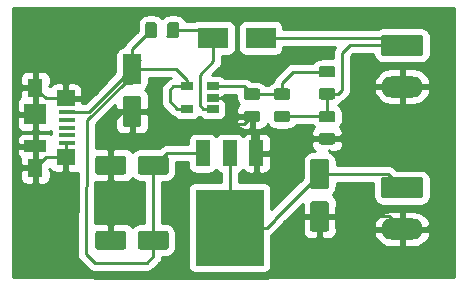
<source format=gbr>
G04 #@! TF.GenerationSoftware,KiCad,Pcbnew,(5.1.5)-3*
G04 #@! TF.CreationDate,2022-12-25T19:48:09-05:00*
G04 #@! TF.ProjectId,_autosave-Fuente_Alimentaci_n,5f617574-6f73-4617-9665-2d4675656e74,rev?*
G04 #@! TF.SameCoordinates,Original*
G04 #@! TF.FileFunction,Copper,L1,Top*
G04 #@! TF.FilePolarity,Positive*
%FSLAX46Y46*%
G04 Gerber Fmt 4.6, Leading zero omitted, Abs format (unit mm)*
G04 Created by KiCad (PCBNEW (5.1.5)-3) date 2022-12-25 19:48:09*
%MOMM*%
%LPD*%
G04 APERTURE LIST*
%ADD10R,1.060000X0.650000*%
%ADD11C,0.100000*%
%ADD12R,1.380000X0.450000*%
%ADD13R,1.550000X1.425000*%
%ADD14R,1.300000X1.650000*%
%ADD15R,1.900000X1.800000*%
%ADD16R,1.900000X1.000000*%
%ADD17O,3.600000X1.800000*%
%ADD18R,2.500000X1.800000*%
%ADD19R,1.200000X2.200000*%
%ADD20R,5.800000X6.400000*%
%ADD21C,0.250000*%
%ADD22C,0.254000*%
G04 APERTURE END LIST*
D10*
X84285000Y-96835000D03*
X84285000Y-95885000D03*
X84285000Y-94935000D03*
X82085000Y-94935000D03*
X82085000Y-96835000D03*
G04 #@! TA.AperFunction,SMDPad,CuDef*
D11*
G36*
X88110142Y-96971174D02*
G01*
X88133803Y-96974684D01*
X88157007Y-96980496D01*
X88179529Y-96988554D01*
X88201153Y-96998782D01*
X88221670Y-97011079D01*
X88240883Y-97025329D01*
X88258607Y-97041393D01*
X88274671Y-97059117D01*
X88288921Y-97078330D01*
X88301218Y-97098847D01*
X88311446Y-97120471D01*
X88319504Y-97142993D01*
X88325316Y-97166197D01*
X88328826Y-97189858D01*
X88330000Y-97213750D01*
X88330000Y-97701250D01*
X88328826Y-97725142D01*
X88325316Y-97748803D01*
X88319504Y-97772007D01*
X88311446Y-97794529D01*
X88301218Y-97816153D01*
X88288921Y-97836670D01*
X88274671Y-97855883D01*
X88258607Y-97873607D01*
X88240883Y-97889671D01*
X88221670Y-97903921D01*
X88201153Y-97916218D01*
X88179529Y-97926446D01*
X88157007Y-97934504D01*
X88133803Y-97940316D01*
X88110142Y-97943826D01*
X88086250Y-97945000D01*
X87173750Y-97945000D01*
X87149858Y-97943826D01*
X87126197Y-97940316D01*
X87102993Y-97934504D01*
X87080471Y-97926446D01*
X87058847Y-97916218D01*
X87038330Y-97903921D01*
X87019117Y-97889671D01*
X87001393Y-97873607D01*
X86985329Y-97855883D01*
X86971079Y-97836670D01*
X86958782Y-97816153D01*
X86948554Y-97794529D01*
X86940496Y-97772007D01*
X86934684Y-97748803D01*
X86931174Y-97725142D01*
X86930000Y-97701250D01*
X86930000Y-97213750D01*
X86931174Y-97189858D01*
X86934684Y-97166197D01*
X86940496Y-97142993D01*
X86948554Y-97120471D01*
X86958782Y-97098847D01*
X86971079Y-97078330D01*
X86985329Y-97059117D01*
X87001393Y-97041393D01*
X87019117Y-97025329D01*
X87038330Y-97011079D01*
X87058847Y-96998782D01*
X87080471Y-96988554D01*
X87102993Y-96980496D01*
X87126197Y-96974684D01*
X87149858Y-96971174D01*
X87173750Y-96970000D01*
X88086250Y-96970000D01*
X88110142Y-96971174D01*
G37*
G04 #@! TD.AperFunction*
G04 #@! TA.AperFunction,SMDPad,CuDef*
G36*
X88110142Y-95096174D02*
G01*
X88133803Y-95099684D01*
X88157007Y-95105496D01*
X88179529Y-95113554D01*
X88201153Y-95123782D01*
X88221670Y-95136079D01*
X88240883Y-95150329D01*
X88258607Y-95166393D01*
X88274671Y-95184117D01*
X88288921Y-95203330D01*
X88301218Y-95223847D01*
X88311446Y-95245471D01*
X88319504Y-95267993D01*
X88325316Y-95291197D01*
X88328826Y-95314858D01*
X88330000Y-95338750D01*
X88330000Y-95826250D01*
X88328826Y-95850142D01*
X88325316Y-95873803D01*
X88319504Y-95897007D01*
X88311446Y-95919529D01*
X88301218Y-95941153D01*
X88288921Y-95961670D01*
X88274671Y-95980883D01*
X88258607Y-95998607D01*
X88240883Y-96014671D01*
X88221670Y-96028921D01*
X88201153Y-96041218D01*
X88179529Y-96051446D01*
X88157007Y-96059504D01*
X88133803Y-96065316D01*
X88110142Y-96068826D01*
X88086250Y-96070000D01*
X87173750Y-96070000D01*
X87149858Y-96068826D01*
X87126197Y-96065316D01*
X87102993Y-96059504D01*
X87080471Y-96051446D01*
X87058847Y-96041218D01*
X87038330Y-96028921D01*
X87019117Y-96014671D01*
X87001393Y-95998607D01*
X86985329Y-95980883D01*
X86971079Y-95961670D01*
X86958782Y-95941153D01*
X86948554Y-95919529D01*
X86940496Y-95897007D01*
X86934684Y-95873803D01*
X86931174Y-95850142D01*
X86930000Y-95826250D01*
X86930000Y-95338750D01*
X86931174Y-95314858D01*
X86934684Y-95291197D01*
X86940496Y-95267993D01*
X86948554Y-95245471D01*
X86958782Y-95223847D01*
X86971079Y-95203330D01*
X86985329Y-95184117D01*
X87001393Y-95166393D01*
X87019117Y-95150329D01*
X87038330Y-95136079D01*
X87058847Y-95123782D01*
X87080471Y-95113554D01*
X87102993Y-95105496D01*
X87126197Y-95099684D01*
X87149858Y-95096174D01*
X87173750Y-95095000D01*
X88086250Y-95095000D01*
X88110142Y-95096174D01*
G37*
G04 #@! TD.AperFunction*
G04 #@! TA.AperFunction,SMDPad,CuDef*
G36*
X90650142Y-96971174D02*
G01*
X90673803Y-96974684D01*
X90697007Y-96980496D01*
X90719529Y-96988554D01*
X90741153Y-96998782D01*
X90761670Y-97011079D01*
X90780883Y-97025329D01*
X90798607Y-97041393D01*
X90814671Y-97059117D01*
X90828921Y-97078330D01*
X90841218Y-97098847D01*
X90851446Y-97120471D01*
X90859504Y-97142993D01*
X90865316Y-97166197D01*
X90868826Y-97189858D01*
X90870000Y-97213750D01*
X90870000Y-97701250D01*
X90868826Y-97725142D01*
X90865316Y-97748803D01*
X90859504Y-97772007D01*
X90851446Y-97794529D01*
X90841218Y-97816153D01*
X90828921Y-97836670D01*
X90814671Y-97855883D01*
X90798607Y-97873607D01*
X90780883Y-97889671D01*
X90761670Y-97903921D01*
X90741153Y-97916218D01*
X90719529Y-97926446D01*
X90697007Y-97934504D01*
X90673803Y-97940316D01*
X90650142Y-97943826D01*
X90626250Y-97945000D01*
X89713750Y-97945000D01*
X89689858Y-97943826D01*
X89666197Y-97940316D01*
X89642993Y-97934504D01*
X89620471Y-97926446D01*
X89598847Y-97916218D01*
X89578330Y-97903921D01*
X89559117Y-97889671D01*
X89541393Y-97873607D01*
X89525329Y-97855883D01*
X89511079Y-97836670D01*
X89498782Y-97816153D01*
X89488554Y-97794529D01*
X89480496Y-97772007D01*
X89474684Y-97748803D01*
X89471174Y-97725142D01*
X89470000Y-97701250D01*
X89470000Y-97213750D01*
X89471174Y-97189858D01*
X89474684Y-97166197D01*
X89480496Y-97142993D01*
X89488554Y-97120471D01*
X89498782Y-97098847D01*
X89511079Y-97078330D01*
X89525329Y-97059117D01*
X89541393Y-97041393D01*
X89559117Y-97025329D01*
X89578330Y-97011079D01*
X89598847Y-96998782D01*
X89620471Y-96988554D01*
X89642993Y-96980496D01*
X89666197Y-96974684D01*
X89689858Y-96971174D01*
X89713750Y-96970000D01*
X90626250Y-96970000D01*
X90650142Y-96971174D01*
G37*
G04 #@! TD.AperFunction*
G04 #@! TA.AperFunction,SMDPad,CuDef*
G36*
X90650142Y-95096174D02*
G01*
X90673803Y-95099684D01*
X90697007Y-95105496D01*
X90719529Y-95113554D01*
X90741153Y-95123782D01*
X90761670Y-95136079D01*
X90780883Y-95150329D01*
X90798607Y-95166393D01*
X90814671Y-95184117D01*
X90828921Y-95203330D01*
X90841218Y-95223847D01*
X90851446Y-95245471D01*
X90859504Y-95267993D01*
X90865316Y-95291197D01*
X90868826Y-95314858D01*
X90870000Y-95338750D01*
X90870000Y-95826250D01*
X90868826Y-95850142D01*
X90865316Y-95873803D01*
X90859504Y-95897007D01*
X90851446Y-95919529D01*
X90841218Y-95941153D01*
X90828921Y-95961670D01*
X90814671Y-95980883D01*
X90798607Y-95998607D01*
X90780883Y-96014671D01*
X90761670Y-96028921D01*
X90741153Y-96041218D01*
X90719529Y-96051446D01*
X90697007Y-96059504D01*
X90673803Y-96065316D01*
X90650142Y-96068826D01*
X90626250Y-96070000D01*
X89713750Y-96070000D01*
X89689858Y-96068826D01*
X89666197Y-96065316D01*
X89642993Y-96059504D01*
X89620471Y-96051446D01*
X89598847Y-96041218D01*
X89578330Y-96028921D01*
X89559117Y-96014671D01*
X89541393Y-95998607D01*
X89525329Y-95980883D01*
X89511079Y-95961670D01*
X89498782Y-95941153D01*
X89488554Y-95919529D01*
X89480496Y-95897007D01*
X89474684Y-95873803D01*
X89471174Y-95850142D01*
X89470000Y-95826250D01*
X89470000Y-95338750D01*
X89471174Y-95314858D01*
X89474684Y-95291197D01*
X89480496Y-95267993D01*
X89488554Y-95245471D01*
X89498782Y-95223847D01*
X89511079Y-95203330D01*
X89525329Y-95184117D01*
X89541393Y-95166393D01*
X89559117Y-95150329D01*
X89578330Y-95136079D01*
X89598847Y-95123782D01*
X89620471Y-95113554D01*
X89642993Y-95105496D01*
X89666197Y-95099684D01*
X89689858Y-95096174D01*
X89713750Y-95095000D01*
X90626250Y-95095000D01*
X90650142Y-95096174D01*
G37*
G04 #@! TD.AperFunction*
D12*
X71945000Y-97125000D03*
X71945000Y-97775000D03*
X71945000Y-98425000D03*
X71945000Y-99075000D03*
X71945000Y-99725000D03*
D13*
X71860000Y-95937500D03*
X71860000Y-100912500D03*
D14*
X69285000Y-95050000D03*
X69285000Y-101800000D03*
D15*
X69285000Y-97275000D03*
D16*
X69285000Y-99975000D03*
G04 #@! TA.AperFunction,SMDPad,CuDef*
D11*
G36*
X79340142Y-89471174D02*
G01*
X79363803Y-89474684D01*
X79387007Y-89480496D01*
X79409529Y-89488554D01*
X79431153Y-89498782D01*
X79451670Y-89511079D01*
X79470883Y-89525329D01*
X79488607Y-89541393D01*
X79504671Y-89559117D01*
X79518921Y-89578330D01*
X79531218Y-89598847D01*
X79541446Y-89620471D01*
X79549504Y-89642993D01*
X79555316Y-89666197D01*
X79558826Y-89689858D01*
X79560000Y-89713750D01*
X79560000Y-90626250D01*
X79558826Y-90650142D01*
X79555316Y-90673803D01*
X79549504Y-90697007D01*
X79541446Y-90719529D01*
X79531218Y-90741153D01*
X79518921Y-90761670D01*
X79504671Y-90780883D01*
X79488607Y-90798607D01*
X79470883Y-90814671D01*
X79451670Y-90828921D01*
X79431153Y-90841218D01*
X79409529Y-90851446D01*
X79387007Y-90859504D01*
X79363803Y-90865316D01*
X79340142Y-90868826D01*
X79316250Y-90870000D01*
X78828750Y-90870000D01*
X78804858Y-90868826D01*
X78781197Y-90865316D01*
X78757993Y-90859504D01*
X78735471Y-90851446D01*
X78713847Y-90841218D01*
X78693330Y-90828921D01*
X78674117Y-90814671D01*
X78656393Y-90798607D01*
X78640329Y-90780883D01*
X78626079Y-90761670D01*
X78613782Y-90741153D01*
X78603554Y-90719529D01*
X78595496Y-90697007D01*
X78589684Y-90673803D01*
X78586174Y-90650142D01*
X78585000Y-90626250D01*
X78585000Y-89713750D01*
X78586174Y-89689858D01*
X78589684Y-89666197D01*
X78595496Y-89642993D01*
X78603554Y-89620471D01*
X78613782Y-89598847D01*
X78626079Y-89578330D01*
X78640329Y-89559117D01*
X78656393Y-89541393D01*
X78674117Y-89525329D01*
X78693330Y-89511079D01*
X78713847Y-89498782D01*
X78735471Y-89488554D01*
X78757993Y-89480496D01*
X78781197Y-89474684D01*
X78804858Y-89471174D01*
X78828750Y-89470000D01*
X79316250Y-89470000D01*
X79340142Y-89471174D01*
G37*
G04 #@! TD.AperFunction*
G04 #@! TA.AperFunction,SMDPad,CuDef*
G36*
X81215142Y-89471174D02*
G01*
X81238803Y-89474684D01*
X81262007Y-89480496D01*
X81284529Y-89488554D01*
X81306153Y-89498782D01*
X81326670Y-89511079D01*
X81345883Y-89525329D01*
X81363607Y-89541393D01*
X81379671Y-89559117D01*
X81393921Y-89578330D01*
X81406218Y-89598847D01*
X81416446Y-89620471D01*
X81424504Y-89642993D01*
X81430316Y-89666197D01*
X81433826Y-89689858D01*
X81435000Y-89713750D01*
X81435000Y-90626250D01*
X81433826Y-90650142D01*
X81430316Y-90673803D01*
X81424504Y-90697007D01*
X81416446Y-90719529D01*
X81406218Y-90741153D01*
X81393921Y-90761670D01*
X81379671Y-90780883D01*
X81363607Y-90798607D01*
X81345883Y-90814671D01*
X81326670Y-90828921D01*
X81306153Y-90841218D01*
X81284529Y-90851446D01*
X81262007Y-90859504D01*
X81238803Y-90865316D01*
X81215142Y-90868826D01*
X81191250Y-90870000D01*
X80703750Y-90870000D01*
X80679858Y-90868826D01*
X80656197Y-90865316D01*
X80632993Y-90859504D01*
X80610471Y-90851446D01*
X80588847Y-90841218D01*
X80568330Y-90828921D01*
X80549117Y-90814671D01*
X80531393Y-90798607D01*
X80515329Y-90780883D01*
X80501079Y-90761670D01*
X80488782Y-90741153D01*
X80478554Y-90719529D01*
X80470496Y-90697007D01*
X80464684Y-90673803D01*
X80461174Y-90650142D01*
X80460000Y-90626250D01*
X80460000Y-89713750D01*
X80461174Y-89689858D01*
X80464684Y-89666197D01*
X80470496Y-89642993D01*
X80478554Y-89620471D01*
X80488782Y-89598847D01*
X80501079Y-89578330D01*
X80515329Y-89559117D01*
X80531393Y-89541393D01*
X80549117Y-89525329D01*
X80568330Y-89511079D01*
X80588847Y-89498782D01*
X80610471Y-89488554D01*
X80632993Y-89480496D01*
X80656197Y-89474684D01*
X80679858Y-89471174D01*
X80703750Y-89470000D01*
X81191250Y-89470000D01*
X81215142Y-89471174D01*
G37*
G04 #@! TD.AperFunction*
D17*
X100330000Y-107005000D03*
G04 #@! TA.AperFunction,ComponentPad*
D11*
G36*
X101904504Y-102606204D02*
G01*
X101928773Y-102609804D01*
X101952571Y-102615765D01*
X101975671Y-102624030D01*
X101997849Y-102634520D01*
X102018893Y-102647133D01*
X102038598Y-102661747D01*
X102056777Y-102678223D01*
X102073253Y-102696402D01*
X102087867Y-102716107D01*
X102100480Y-102737151D01*
X102110970Y-102759329D01*
X102119235Y-102782429D01*
X102125196Y-102806227D01*
X102128796Y-102830496D01*
X102130000Y-102855000D01*
X102130000Y-104155000D01*
X102128796Y-104179504D01*
X102125196Y-104203773D01*
X102119235Y-104227571D01*
X102110970Y-104250671D01*
X102100480Y-104272849D01*
X102087867Y-104293893D01*
X102073253Y-104313598D01*
X102056777Y-104331777D01*
X102038598Y-104348253D01*
X102018893Y-104362867D01*
X101997849Y-104375480D01*
X101975671Y-104385970D01*
X101952571Y-104394235D01*
X101928773Y-104400196D01*
X101904504Y-104403796D01*
X101880000Y-104405000D01*
X98780000Y-104405000D01*
X98755496Y-104403796D01*
X98731227Y-104400196D01*
X98707429Y-104394235D01*
X98684329Y-104385970D01*
X98662151Y-104375480D01*
X98641107Y-104362867D01*
X98621402Y-104348253D01*
X98603223Y-104331777D01*
X98586747Y-104313598D01*
X98572133Y-104293893D01*
X98559520Y-104272849D01*
X98549030Y-104250671D01*
X98540765Y-104227571D01*
X98534804Y-104203773D01*
X98531204Y-104179504D01*
X98530000Y-104155000D01*
X98530000Y-102855000D01*
X98531204Y-102830496D01*
X98534804Y-102806227D01*
X98540765Y-102782429D01*
X98549030Y-102759329D01*
X98559520Y-102737151D01*
X98572133Y-102716107D01*
X98586747Y-102696402D01*
X98603223Y-102678223D01*
X98621402Y-102661747D01*
X98641107Y-102647133D01*
X98662151Y-102634520D01*
X98684329Y-102624030D01*
X98707429Y-102615765D01*
X98731227Y-102609804D01*
X98755496Y-102606204D01*
X98780000Y-102605000D01*
X101880000Y-102605000D01*
X101904504Y-102606204D01*
G37*
G04 #@! TD.AperFunction*
G04 #@! TA.AperFunction,SMDPad,CuDef*
G36*
X78044504Y-92151204D02*
G01*
X78068773Y-92154804D01*
X78092571Y-92160765D01*
X78115671Y-92169030D01*
X78137849Y-92179520D01*
X78158893Y-92192133D01*
X78178598Y-92206747D01*
X78196777Y-92223223D01*
X78213253Y-92241402D01*
X78227867Y-92261107D01*
X78240480Y-92282151D01*
X78250970Y-92304329D01*
X78259235Y-92327429D01*
X78265196Y-92351227D01*
X78268796Y-92375496D01*
X78270000Y-92400000D01*
X78270000Y-94500000D01*
X78268796Y-94524504D01*
X78265196Y-94548773D01*
X78259235Y-94572571D01*
X78250970Y-94595671D01*
X78240480Y-94617849D01*
X78227867Y-94638893D01*
X78213253Y-94658598D01*
X78196777Y-94676777D01*
X78178598Y-94693253D01*
X78158893Y-94707867D01*
X78137849Y-94720480D01*
X78115671Y-94730970D01*
X78092571Y-94739235D01*
X78068773Y-94745196D01*
X78044504Y-94748796D01*
X78020000Y-94750000D01*
X76920000Y-94750000D01*
X76895496Y-94748796D01*
X76871227Y-94745196D01*
X76847429Y-94739235D01*
X76824329Y-94730970D01*
X76802151Y-94720480D01*
X76781107Y-94707867D01*
X76761402Y-94693253D01*
X76743223Y-94676777D01*
X76726747Y-94658598D01*
X76712133Y-94638893D01*
X76699520Y-94617849D01*
X76689030Y-94595671D01*
X76680765Y-94572571D01*
X76674804Y-94548773D01*
X76671204Y-94524504D01*
X76670000Y-94500000D01*
X76670000Y-92400000D01*
X76671204Y-92375496D01*
X76674804Y-92351227D01*
X76680765Y-92327429D01*
X76689030Y-92304329D01*
X76699520Y-92282151D01*
X76712133Y-92261107D01*
X76726747Y-92241402D01*
X76743223Y-92223223D01*
X76761402Y-92206747D01*
X76781107Y-92192133D01*
X76802151Y-92179520D01*
X76824329Y-92169030D01*
X76847429Y-92160765D01*
X76871227Y-92154804D01*
X76895496Y-92151204D01*
X76920000Y-92150000D01*
X78020000Y-92150000D01*
X78044504Y-92151204D01*
G37*
G04 #@! TD.AperFunction*
G04 #@! TA.AperFunction,SMDPad,CuDef*
G36*
X78044504Y-95751204D02*
G01*
X78068773Y-95754804D01*
X78092571Y-95760765D01*
X78115671Y-95769030D01*
X78137849Y-95779520D01*
X78158893Y-95792133D01*
X78178598Y-95806747D01*
X78196777Y-95823223D01*
X78213253Y-95841402D01*
X78227867Y-95861107D01*
X78240480Y-95882151D01*
X78250970Y-95904329D01*
X78259235Y-95927429D01*
X78265196Y-95951227D01*
X78268796Y-95975496D01*
X78270000Y-96000000D01*
X78270000Y-98100000D01*
X78268796Y-98124504D01*
X78265196Y-98148773D01*
X78259235Y-98172571D01*
X78250970Y-98195671D01*
X78240480Y-98217849D01*
X78227867Y-98238893D01*
X78213253Y-98258598D01*
X78196777Y-98276777D01*
X78178598Y-98293253D01*
X78158893Y-98307867D01*
X78137849Y-98320480D01*
X78115671Y-98330970D01*
X78092571Y-98339235D01*
X78068773Y-98345196D01*
X78044504Y-98348796D01*
X78020000Y-98350000D01*
X76920000Y-98350000D01*
X76895496Y-98348796D01*
X76871227Y-98345196D01*
X76847429Y-98339235D01*
X76824329Y-98330970D01*
X76802151Y-98320480D01*
X76781107Y-98307867D01*
X76761402Y-98293253D01*
X76743223Y-98276777D01*
X76726747Y-98258598D01*
X76712133Y-98238893D01*
X76699520Y-98217849D01*
X76689030Y-98195671D01*
X76680765Y-98172571D01*
X76674804Y-98148773D01*
X76671204Y-98124504D01*
X76670000Y-98100000D01*
X76670000Y-96000000D01*
X76671204Y-95975496D01*
X76674804Y-95951227D01*
X76680765Y-95927429D01*
X76689030Y-95904329D01*
X76699520Y-95882151D01*
X76712133Y-95861107D01*
X76726747Y-95841402D01*
X76743223Y-95823223D01*
X76761402Y-95806747D01*
X76781107Y-95792133D01*
X76802151Y-95779520D01*
X76824329Y-95769030D01*
X76847429Y-95760765D01*
X76871227Y-95754804D01*
X76895496Y-95751204D01*
X76920000Y-95750000D01*
X78020000Y-95750000D01*
X78044504Y-95751204D01*
G37*
G04 #@! TD.AperFunction*
G04 #@! TA.AperFunction,SMDPad,CuDef*
G36*
X76744504Y-100801204D02*
G01*
X76768773Y-100804804D01*
X76792571Y-100810765D01*
X76815671Y-100819030D01*
X76837849Y-100829520D01*
X76858893Y-100842133D01*
X76878598Y-100856747D01*
X76896777Y-100873223D01*
X76913253Y-100891402D01*
X76927867Y-100911107D01*
X76940480Y-100932151D01*
X76950970Y-100954329D01*
X76959235Y-100977429D01*
X76965196Y-101001227D01*
X76968796Y-101025496D01*
X76970000Y-101050000D01*
X76970000Y-102150000D01*
X76968796Y-102174504D01*
X76965196Y-102198773D01*
X76959235Y-102222571D01*
X76950970Y-102245671D01*
X76940480Y-102267849D01*
X76927867Y-102288893D01*
X76913253Y-102308598D01*
X76896777Y-102326777D01*
X76878598Y-102343253D01*
X76858893Y-102357867D01*
X76837849Y-102370480D01*
X76815671Y-102380970D01*
X76792571Y-102389235D01*
X76768773Y-102395196D01*
X76744504Y-102398796D01*
X76720000Y-102400000D01*
X74620000Y-102400000D01*
X74595496Y-102398796D01*
X74571227Y-102395196D01*
X74547429Y-102389235D01*
X74524329Y-102380970D01*
X74502151Y-102370480D01*
X74481107Y-102357867D01*
X74461402Y-102343253D01*
X74443223Y-102326777D01*
X74426747Y-102308598D01*
X74412133Y-102288893D01*
X74399520Y-102267849D01*
X74389030Y-102245671D01*
X74380765Y-102222571D01*
X74374804Y-102198773D01*
X74371204Y-102174504D01*
X74370000Y-102150000D01*
X74370000Y-101050000D01*
X74371204Y-101025496D01*
X74374804Y-101001227D01*
X74380765Y-100977429D01*
X74389030Y-100954329D01*
X74399520Y-100932151D01*
X74412133Y-100911107D01*
X74426747Y-100891402D01*
X74443223Y-100873223D01*
X74461402Y-100856747D01*
X74481107Y-100842133D01*
X74502151Y-100829520D01*
X74524329Y-100819030D01*
X74547429Y-100810765D01*
X74571227Y-100804804D01*
X74595496Y-100801204D01*
X74620000Y-100800000D01*
X76720000Y-100800000D01*
X76744504Y-100801204D01*
G37*
G04 #@! TD.AperFunction*
G04 #@! TA.AperFunction,SMDPad,CuDef*
G36*
X80344504Y-100801204D02*
G01*
X80368773Y-100804804D01*
X80392571Y-100810765D01*
X80415671Y-100819030D01*
X80437849Y-100829520D01*
X80458893Y-100842133D01*
X80478598Y-100856747D01*
X80496777Y-100873223D01*
X80513253Y-100891402D01*
X80527867Y-100911107D01*
X80540480Y-100932151D01*
X80550970Y-100954329D01*
X80559235Y-100977429D01*
X80565196Y-101001227D01*
X80568796Y-101025496D01*
X80570000Y-101050000D01*
X80570000Y-102150000D01*
X80568796Y-102174504D01*
X80565196Y-102198773D01*
X80559235Y-102222571D01*
X80550970Y-102245671D01*
X80540480Y-102267849D01*
X80527867Y-102288893D01*
X80513253Y-102308598D01*
X80496777Y-102326777D01*
X80478598Y-102343253D01*
X80458893Y-102357867D01*
X80437849Y-102370480D01*
X80415671Y-102380970D01*
X80392571Y-102389235D01*
X80368773Y-102395196D01*
X80344504Y-102398796D01*
X80320000Y-102400000D01*
X78220000Y-102400000D01*
X78195496Y-102398796D01*
X78171227Y-102395196D01*
X78147429Y-102389235D01*
X78124329Y-102380970D01*
X78102151Y-102370480D01*
X78081107Y-102357867D01*
X78061402Y-102343253D01*
X78043223Y-102326777D01*
X78026747Y-102308598D01*
X78012133Y-102288893D01*
X77999520Y-102267849D01*
X77989030Y-102245671D01*
X77980765Y-102222571D01*
X77974804Y-102198773D01*
X77971204Y-102174504D01*
X77970000Y-102150000D01*
X77970000Y-101050000D01*
X77971204Y-101025496D01*
X77974804Y-101001227D01*
X77980765Y-100977429D01*
X77989030Y-100954329D01*
X77999520Y-100932151D01*
X78012133Y-100911107D01*
X78026747Y-100891402D01*
X78043223Y-100873223D01*
X78061402Y-100856747D01*
X78081107Y-100842133D01*
X78102151Y-100829520D01*
X78124329Y-100819030D01*
X78147429Y-100810765D01*
X78171227Y-100804804D01*
X78195496Y-100801204D01*
X78220000Y-100800000D01*
X80320000Y-100800000D01*
X80344504Y-100801204D01*
G37*
G04 #@! TD.AperFunction*
G04 #@! TA.AperFunction,SMDPad,CuDef*
G36*
X93919504Y-101041204D02*
G01*
X93943773Y-101044804D01*
X93967571Y-101050765D01*
X93990671Y-101059030D01*
X94012849Y-101069520D01*
X94033893Y-101082133D01*
X94053598Y-101096747D01*
X94071777Y-101113223D01*
X94088253Y-101131402D01*
X94102867Y-101151107D01*
X94115480Y-101172151D01*
X94125970Y-101194329D01*
X94134235Y-101217429D01*
X94140196Y-101241227D01*
X94143796Y-101265496D01*
X94145000Y-101290000D01*
X94145000Y-103390000D01*
X94143796Y-103414504D01*
X94140196Y-103438773D01*
X94134235Y-103462571D01*
X94125970Y-103485671D01*
X94115480Y-103507849D01*
X94102867Y-103528893D01*
X94088253Y-103548598D01*
X94071777Y-103566777D01*
X94053598Y-103583253D01*
X94033893Y-103597867D01*
X94012849Y-103610480D01*
X93990671Y-103620970D01*
X93967571Y-103629235D01*
X93943773Y-103635196D01*
X93919504Y-103638796D01*
X93895000Y-103640000D01*
X92795000Y-103640000D01*
X92770496Y-103638796D01*
X92746227Y-103635196D01*
X92722429Y-103629235D01*
X92699329Y-103620970D01*
X92677151Y-103610480D01*
X92656107Y-103597867D01*
X92636402Y-103583253D01*
X92618223Y-103566777D01*
X92601747Y-103548598D01*
X92587133Y-103528893D01*
X92574520Y-103507849D01*
X92564030Y-103485671D01*
X92555765Y-103462571D01*
X92549804Y-103438773D01*
X92546204Y-103414504D01*
X92545000Y-103390000D01*
X92545000Y-101290000D01*
X92546204Y-101265496D01*
X92549804Y-101241227D01*
X92555765Y-101217429D01*
X92564030Y-101194329D01*
X92574520Y-101172151D01*
X92587133Y-101151107D01*
X92601747Y-101131402D01*
X92618223Y-101113223D01*
X92636402Y-101096747D01*
X92656107Y-101082133D01*
X92677151Y-101069520D01*
X92699329Y-101059030D01*
X92722429Y-101050765D01*
X92746227Y-101044804D01*
X92770496Y-101041204D01*
X92795000Y-101040000D01*
X93895000Y-101040000D01*
X93919504Y-101041204D01*
G37*
G04 #@! TD.AperFunction*
G04 #@! TA.AperFunction,SMDPad,CuDef*
G36*
X93919504Y-104641204D02*
G01*
X93943773Y-104644804D01*
X93967571Y-104650765D01*
X93990671Y-104659030D01*
X94012849Y-104669520D01*
X94033893Y-104682133D01*
X94053598Y-104696747D01*
X94071777Y-104713223D01*
X94088253Y-104731402D01*
X94102867Y-104751107D01*
X94115480Y-104772151D01*
X94125970Y-104794329D01*
X94134235Y-104817429D01*
X94140196Y-104841227D01*
X94143796Y-104865496D01*
X94145000Y-104890000D01*
X94145000Y-106990000D01*
X94143796Y-107014504D01*
X94140196Y-107038773D01*
X94134235Y-107062571D01*
X94125970Y-107085671D01*
X94115480Y-107107849D01*
X94102867Y-107128893D01*
X94088253Y-107148598D01*
X94071777Y-107166777D01*
X94053598Y-107183253D01*
X94033893Y-107197867D01*
X94012849Y-107210480D01*
X93990671Y-107220970D01*
X93967571Y-107229235D01*
X93943773Y-107235196D01*
X93919504Y-107238796D01*
X93895000Y-107240000D01*
X92795000Y-107240000D01*
X92770496Y-107238796D01*
X92746227Y-107235196D01*
X92722429Y-107229235D01*
X92699329Y-107220970D01*
X92677151Y-107210480D01*
X92656107Y-107197867D01*
X92636402Y-107183253D01*
X92618223Y-107166777D01*
X92601747Y-107148598D01*
X92587133Y-107128893D01*
X92574520Y-107107849D01*
X92564030Y-107085671D01*
X92555765Y-107062571D01*
X92549804Y-107038773D01*
X92546204Y-107014504D01*
X92545000Y-106990000D01*
X92545000Y-104890000D01*
X92546204Y-104865496D01*
X92549804Y-104841227D01*
X92555765Y-104817429D01*
X92564030Y-104794329D01*
X92574520Y-104772151D01*
X92587133Y-104751107D01*
X92601747Y-104731402D01*
X92618223Y-104713223D01*
X92636402Y-104696747D01*
X92656107Y-104682133D01*
X92677151Y-104669520D01*
X92699329Y-104659030D01*
X92722429Y-104650765D01*
X92746227Y-104644804D01*
X92770496Y-104641204D01*
X92795000Y-104640000D01*
X93895000Y-104640000D01*
X93919504Y-104641204D01*
G37*
G04 #@! TD.AperFunction*
D18*
X84360000Y-90805000D03*
X88360000Y-90805000D03*
G04 #@! TA.AperFunction,ComponentPad*
D11*
G36*
X101904504Y-90541204D02*
G01*
X101928773Y-90544804D01*
X101952571Y-90550765D01*
X101975671Y-90559030D01*
X101997849Y-90569520D01*
X102018893Y-90582133D01*
X102038598Y-90596747D01*
X102056777Y-90613223D01*
X102073253Y-90631402D01*
X102087867Y-90651107D01*
X102100480Y-90672151D01*
X102110970Y-90694329D01*
X102119235Y-90717429D01*
X102125196Y-90741227D01*
X102128796Y-90765496D01*
X102130000Y-90790000D01*
X102130000Y-92090000D01*
X102128796Y-92114504D01*
X102125196Y-92138773D01*
X102119235Y-92162571D01*
X102110970Y-92185671D01*
X102100480Y-92207849D01*
X102087867Y-92228893D01*
X102073253Y-92248598D01*
X102056777Y-92266777D01*
X102038598Y-92283253D01*
X102018893Y-92297867D01*
X101997849Y-92310480D01*
X101975671Y-92320970D01*
X101952571Y-92329235D01*
X101928773Y-92335196D01*
X101904504Y-92338796D01*
X101880000Y-92340000D01*
X98780000Y-92340000D01*
X98755496Y-92338796D01*
X98731227Y-92335196D01*
X98707429Y-92329235D01*
X98684329Y-92320970D01*
X98662151Y-92310480D01*
X98641107Y-92297867D01*
X98621402Y-92283253D01*
X98603223Y-92266777D01*
X98586747Y-92248598D01*
X98572133Y-92228893D01*
X98559520Y-92207849D01*
X98549030Y-92185671D01*
X98540765Y-92162571D01*
X98534804Y-92138773D01*
X98531204Y-92114504D01*
X98530000Y-92090000D01*
X98530000Y-90790000D01*
X98531204Y-90765496D01*
X98534804Y-90741227D01*
X98540765Y-90717429D01*
X98549030Y-90694329D01*
X98559520Y-90672151D01*
X98572133Y-90651107D01*
X98586747Y-90631402D01*
X98603223Y-90613223D01*
X98621402Y-90596747D01*
X98641107Y-90582133D01*
X98662151Y-90569520D01*
X98684329Y-90559030D01*
X98707429Y-90550765D01*
X98731227Y-90544804D01*
X98755496Y-90541204D01*
X98780000Y-90540000D01*
X101880000Y-90540000D01*
X101904504Y-90541204D01*
G37*
G04 #@! TD.AperFunction*
D17*
X100330000Y-94940000D03*
G04 #@! TA.AperFunction,SMDPad,CuDef*
D11*
G36*
X94460142Y-97001174D02*
G01*
X94483803Y-97004684D01*
X94507007Y-97010496D01*
X94529529Y-97018554D01*
X94551153Y-97028782D01*
X94571670Y-97041079D01*
X94590883Y-97055329D01*
X94608607Y-97071393D01*
X94624671Y-97089117D01*
X94638921Y-97108330D01*
X94651218Y-97128847D01*
X94661446Y-97150471D01*
X94669504Y-97172993D01*
X94675316Y-97196197D01*
X94678826Y-97219858D01*
X94680000Y-97243750D01*
X94680000Y-97731250D01*
X94678826Y-97755142D01*
X94675316Y-97778803D01*
X94669504Y-97802007D01*
X94661446Y-97824529D01*
X94651218Y-97846153D01*
X94638921Y-97866670D01*
X94624671Y-97885883D01*
X94608607Y-97903607D01*
X94590883Y-97919671D01*
X94571670Y-97933921D01*
X94551153Y-97946218D01*
X94529529Y-97956446D01*
X94507007Y-97964504D01*
X94483803Y-97970316D01*
X94460142Y-97973826D01*
X94436250Y-97975000D01*
X93523750Y-97975000D01*
X93499858Y-97973826D01*
X93476197Y-97970316D01*
X93452993Y-97964504D01*
X93430471Y-97956446D01*
X93408847Y-97946218D01*
X93388330Y-97933921D01*
X93369117Y-97919671D01*
X93351393Y-97903607D01*
X93335329Y-97885883D01*
X93321079Y-97866670D01*
X93308782Y-97846153D01*
X93298554Y-97824529D01*
X93290496Y-97802007D01*
X93284684Y-97778803D01*
X93281174Y-97755142D01*
X93280000Y-97731250D01*
X93280000Y-97243750D01*
X93281174Y-97219858D01*
X93284684Y-97196197D01*
X93290496Y-97172993D01*
X93298554Y-97150471D01*
X93308782Y-97128847D01*
X93321079Y-97108330D01*
X93335329Y-97089117D01*
X93351393Y-97071393D01*
X93369117Y-97055329D01*
X93388330Y-97041079D01*
X93408847Y-97028782D01*
X93430471Y-97018554D01*
X93452993Y-97010496D01*
X93476197Y-97004684D01*
X93499858Y-97001174D01*
X93523750Y-97000000D01*
X94436250Y-97000000D01*
X94460142Y-97001174D01*
G37*
G04 #@! TD.AperFunction*
G04 #@! TA.AperFunction,SMDPad,CuDef*
G36*
X94460142Y-98876174D02*
G01*
X94483803Y-98879684D01*
X94507007Y-98885496D01*
X94529529Y-98893554D01*
X94551153Y-98903782D01*
X94571670Y-98916079D01*
X94590883Y-98930329D01*
X94608607Y-98946393D01*
X94624671Y-98964117D01*
X94638921Y-98983330D01*
X94651218Y-99003847D01*
X94661446Y-99025471D01*
X94669504Y-99047993D01*
X94675316Y-99071197D01*
X94678826Y-99094858D01*
X94680000Y-99118750D01*
X94680000Y-99606250D01*
X94678826Y-99630142D01*
X94675316Y-99653803D01*
X94669504Y-99677007D01*
X94661446Y-99699529D01*
X94651218Y-99721153D01*
X94638921Y-99741670D01*
X94624671Y-99760883D01*
X94608607Y-99778607D01*
X94590883Y-99794671D01*
X94571670Y-99808921D01*
X94551153Y-99821218D01*
X94529529Y-99831446D01*
X94507007Y-99839504D01*
X94483803Y-99845316D01*
X94460142Y-99848826D01*
X94436250Y-99850000D01*
X93523750Y-99850000D01*
X93499858Y-99848826D01*
X93476197Y-99845316D01*
X93452993Y-99839504D01*
X93430471Y-99831446D01*
X93408847Y-99821218D01*
X93388330Y-99808921D01*
X93369117Y-99794671D01*
X93351393Y-99778607D01*
X93335329Y-99760883D01*
X93321079Y-99741670D01*
X93308782Y-99721153D01*
X93298554Y-99699529D01*
X93290496Y-99677007D01*
X93284684Y-99653803D01*
X93281174Y-99630142D01*
X93280000Y-99606250D01*
X93280000Y-99118750D01*
X93281174Y-99094858D01*
X93284684Y-99071197D01*
X93290496Y-99047993D01*
X93298554Y-99025471D01*
X93308782Y-99003847D01*
X93321079Y-98983330D01*
X93335329Y-98964117D01*
X93351393Y-98946393D01*
X93369117Y-98930329D01*
X93388330Y-98916079D01*
X93408847Y-98903782D01*
X93430471Y-98893554D01*
X93452993Y-98885496D01*
X93476197Y-98879684D01*
X93499858Y-98876174D01*
X93523750Y-98875000D01*
X94436250Y-98875000D01*
X94460142Y-98876174D01*
G37*
G04 #@! TD.AperFunction*
G04 #@! TA.AperFunction,SMDPad,CuDef*
G36*
X94460142Y-93191174D02*
G01*
X94483803Y-93194684D01*
X94507007Y-93200496D01*
X94529529Y-93208554D01*
X94551153Y-93218782D01*
X94571670Y-93231079D01*
X94590883Y-93245329D01*
X94608607Y-93261393D01*
X94624671Y-93279117D01*
X94638921Y-93298330D01*
X94651218Y-93318847D01*
X94661446Y-93340471D01*
X94669504Y-93362993D01*
X94675316Y-93386197D01*
X94678826Y-93409858D01*
X94680000Y-93433750D01*
X94680000Y-93921250D01*
X94678826Y-93945142D01*
X94675316Y-93968803D01*
X94669504Y-93992007D01*
X94661446Y-94014529D01*
X94651218Y-94036153D01*
X94638921Y-94056670D01*
X94624671Y-94075883D01*
X94608607Y-94093607D01*
X94590883Y-94109671D01*
X94571670Y-94123921D01*
X94551153Y-94136218D01*
X94529529Y-94146446D01*
X94507007Y-94154504D01*
X94483803Y-94160316D01*
X94460142Y-94163826D01*
X94436250Y-94165000D01*
X93523750Y-94165000D01*
X93499858Y-94163826D01*
X93476197Y-94160316D01*
X93452993Y-94154504D01*
X93430471Y-94146446D01*
X93408847Y-94136218D01*
X93388330Y-94123921D01*
X93369117Y-94109671D01*
X93351393Y-94093607D01*
X93335329Y-94075883D01*
X93321079Y-94056670D01*
X93308782Y-94036153D01*
X93298554Y-94014529D01*
X93290496Y-93992007D01*
X93284684Y-93968803D01*
X93281174Y-93945142D01*
X93280000Y-93921250D01*
X93280000Y-93433750D01*
X93281174Y-93409858D01*
X93284684Y-93386197D01*
X93290496Y-93362993D01*
X93298554Y-93340471D01*
X93308782Y-93318847D01*
X93321079Y-93298330D01*
X93335329Y-93279117D01*
X93351393Y-93261393D01*
X93369117Y-93245329D01*
X93388330Y-93231079D01*
X93408847Y-93218782D01*
X93430471Y-93208554D01*
X93452993Y-93200496D01*
X93476197Y-93194684D01*
X93499858Y-93191174D01*
X93523750Y-93190000D01*
X94436250Y-93190000D01*
X94460142Y-93191174D01*
G37*
G04 #@! TD.AperFunction*
G04 #@! TA.AperFunction,SMDPad,CuDef*
G36*
X94460142Y-95066174D02*
G01*
X94483803Y-95069684D01*
X94507007Y-95075496D01*
X94529529Y-95083554D01*
X94551153Y-95093782D01*
X94571670Y-95106079D01*
X94590883Y-95120329D01*
X94608607Y-95136393D01*
X94624671Y-95154117D01*
X94638921Y-95173330D01*
X94651218Y-95193847D01*
X94661446Y-95215471D01*
X94669504Y-95237993D01*
X94675316Y-95261197D01*
X94678826Y-95284858D01*
X94680000Y-95308750D01*
X94680000Y-95796250D01*
X94678826Y-95820142D01*
X94675316Y-95843803D01*
X94669504Y-95867007D01*
X94661446Y-95889529D01*
X94651218Y-95911153D01*
X94638921Y-95931670D01*
X94624671Y-95950883D01*
X94608607Y-95968607D01*
X94590883Y-95984671D01*
X94571670Y-95998921D01*
X94551153Y-96011218D01*
X94529529Y-96021446D01*
X94507007Y-96029504D01*
X94483803Y-96035316D01*
X94460142Y-96038826D01*
X94436250Y-96040000D01*
X93523750Y-96040000D01*
X93499858Y-96038826D01*
X93476197Y-96035316D01*
X93452993Y-96029504D01*
X93430471Y-96021446D01*
X93408847Y-96011218D01*
X93388330Y-95998921D01*
X93369117Y-95984671D01*
X93351393Y-95968607D01*
X93335329Y-95950883D01*
X93321079Y-95931670D01*
X93308782Y-95911153D01*
X93298554Y-95889529D01*
X93290496Y-95867007D01*
X93284684Y-95843803D01*
X93281174Y-95820142D01*
X93280000Y-95796250D01*
X93280000Y-95308750D01*
X93281174Y-95284858D01*
X93284684Y-95261197D01*
X93290496Y-95237993D01*
X93298554Y-95215471D01*
X93308782Y-95193847D01*
X93321079Y-95173330D01*
X93335329Y-95154117D01*
X93351393Y-95136393D01*
X93369117Y-95120329D01*
X93388330Y-95106079D01*
X93408847Y-95093782D01*
X93430471Y-95083554D01*
X93452993Y-95075496D01*
X93476197Y-95069684D01*
X93499858Y-95066174D01*
X93523750Y-95065000D01*
X94436250Y-95065000D01*
X94460142Y-95066174D01*
G37*
G04 #@! TD.AperFunction*
G04 #@! TA.AperFunction,SMDPad,CuDef*
G36*
X76744504Y-107151204D02*
G01*
X76768773Y-107154804D01*
X76792571Y-107160765D01*
X76815671Y-107169030D01*
X76837849Y-107179520D01*
X76858893Y-107192133D01*
X76878598Y-107206747D01*
X76896777Y-107223223D01*
X76913253Y-107241402D01*
X76927867Y-107261107D01*
X76940480Y-107282151D01*
X76950970Y-107304329D01*
X76959235Y-107327429D01*
X76965196Y-107351227D01*
X76968796Y-107375496D01*
X76970000Y-107400000D01*
X76970000Y-108500000D01*
X76968796Y-108524504D01*
X76965196Y-108548773D01*
X76959235Y-108572571D01*
X76950970Y-108595671D01*
X76940480Y-108617849D01*
X76927867Y-108638893D01*
X76913253Y-108658598D01*
X76896777Y-108676777D01*
X76878598Y-108693253D01*
X76858893Y-108707867D01*
X76837849Y-108720480D01*
X76815671Y-108730970D01*
X76792571Y-108739235D01*
X76768773Y-108745196D01*
X76744504Y-108748796D01*
X76720000Y-108750000D01*
X74620000Y-108750000D01*
X74595496Y-108748796D01*
X74571227Y-108745196D01*
X74547429Y-108739235D01*
X74524329Y-108730970D01*
X74502151Y-108720480D01*
X74481107Y-108707867D01*
X74461402Y-108693253D01*
X74443223Y-108676777D01*
X74426747Y-108658598D01*
X74412133Y-108638893D01*
X74399520Y-108617849D01*
X74389030Y-108595671D01*
X74380765Y-108572571D01*
X74374804Y-108548773D01*
X74371204Y-108524504D01*
X74370000Y-108500000D01*
X74370000Y-107400000D01*
X74371204Y-107375496D01*
X74374804Y-107351227D01*
X74380765Y-107327429D01*
X74389030Y-107304329D01*
X74399520Y-107282151D01*
X74412133Y-107261107D01*
X74426747Y-107241402D01*
X74443223Y-107223223D01*
X74461402Y-107206747D01*
X74481107Y-107192133D01*
X74502151Y-107179520D01*
X74524329Y-107169030D01*
X74547429Y-107160765D01*
X74571227Y-107154804D01*
X74595496Y-107151204D01*
X74620000Y-107150000D01*
X76720000Y-107150000D01*
X76744504Y-107151204D01*
G37*
G04 #@! TD.AperFunction*
G04 #@! TA.AperFunction,SMDPad,CuDef*
G36*
X80344504Y-107151204D02*
G01*
X80368773Y-107154804D01*
X80392571Y-107160765D01*
X80415671Y-107169030D01*
X80437849Y-107179520D01*
X80458893Y-107192133D01*
X80478598Y-107206747D01*
X80496777Y-107223223D01*
X80513253Y-107241402D01*
X80527867Y-107261107D01*
X80540480Y-107282151D01*
X80550970Y-107304329D01*
X80559235Y-107327429D01*
X80565196Y-107351227D01*
X80568796Y-107375496D01*
X80570000Y-107400000D01*
X80570000Y-108500000D01*
X80568796Y-108524504D01*
X80565196Y-108548773D01*
X80559235Y-108572571D01*
X80550970Y-108595671D01*
X80540480Y-108617849D01*
X80527867Y-108638893D01*
X80513253Y-108658598D01*
X80496777Y-108676777D01*
X80478598Y-108693253D01*
X80458893Y-108707867D01*
X80437849Y-108720480D01*
X80415671Y-108730970D01*
X80392571Y-108739235D01*
X80368773Y-108745196D01*
X80344504Y-108748796D01*
X80320000Y-108750000D01*
X78220000Y-108750000D01*
X78195496Y-108748796D01*
X78171227Y-108745196D01*
X78147429Y-108739235D01*
X78124329Y-108730970D01*
X78102151Y-108720480D01*
X78081107Y-108707867D01*
X78061402Y-108693253D01*
X78043223Y-108676777D01*
X78026747Y-108658598D01*
X78012133Y-108638893D01*
X77999520Y-108617849D01*
X77989030Y-108595671D01*
X77980765Y-108572571D01*
X77974804Y-108548773D01*
X77971204Y-108524504D01*
X77970000Y-108500000D01*
X77970000Y-107400000D01*
X77971204Y-107375496D01*
X77974804Y-107351227D01*
X77980765Y-107327429D01*
X77989030Y-107304329D01*
X77999520Y-107282151D01*
X78012133Y-107261107D01*
X78026747Y-107241402D01*
X78043223Y-107223223D01*
X78061402Y-107206747D01*
X78081107Y-107192133D01*
X78102151Y-107179520D01*
X78124329Y-107169030D01*
X78147429Y-107160765D01*
X78171227Y-107154804D01*
X78195496Y-107151204D01*
X78220000Y-107150000D01*
X80320000Y-107150000D01*
X80344504Y-107151204D01*
G37*
G04 #@! TD.AperFunction*
D19*
X88005000Y-100575000D03*
X85725000Y-100575000D03*
X83445000Y-100575000D03*
D20*
X85725000Y-106875000D03*
D21*
X79270000Y-101600000D02*
X79270000Y-102400000D01*
X81305000Y-96835000D02*
X82085000Y-96835000D01*
X80645000Y-96175000D02*
X81305000Y-96835000D01*
X80965000Y-94935000D02*
X80645000Y-95255000D01*
X79270000Y-101600000D02*
X79270000Y-107950000D01*
X80645000Y-95255000D02*
X80645000Y-96175000D01*
X82085000Y-94935000D02*
X80965000Y-94935000D01*
X82085000Y-94935000D02*
X82290000Y-94935000D01*
X77470000Y-93450000D02*
X77470000Y-91772500D01*
X77470000Y-91772500D02*
X79072500Y-90170000D01*
X77470000Y-94615000D02*
X76835000Y-94615000D01*
X76835000Y-94615000D02*
X73660000Y-97790000D01*
X77470000Y-93450000D02*
X77470000Y-94615000D01*
X73660000Y-97790000D02*
X73550000Y-109110000D01*
X74930000Y-95990000D02*
X73795000Y-97125000D01*
X73795000Y-97125000D02*
X71945000Y-97125000D01*
X71945000Y-97125000D02*
X72885000Y-97125000D01*
X74295000Y-109855000D02*
X78740000Y-109855000D01*
X73550000Y-109110000D02*
X74295000Y-109855000D01*
X79270000Y-109325000D02*
X79270000Y-107950000D01*
X78740000Y-109855000D02*
X79270000Y-109325000D01*
X77365000Y-93450000D02*
X76835000Y-93980000D01*
X77470000Y-93450000D02*
X76940000Y-93450000D01*
X77470000Y-93450000D02*
X77365000Y-93450000D01*
X74930000Y-95990000D02*
X76835000Y-93980000D01*
X77470000Y-93450000D02*
X75035000Y-95885000D01*
X79270000Y-101600000D02*
X79375000Y-101600000D01*
X79375000Y-101600000D02*
X80400000Y-100575000D01*
X80400000Y-100575000D02*
X83445000Y-100575000D01*
X77470000Y-93345000D02*
X78105000Y-92710000D01*
X77470000Y-93450000D02*
X77470000Y-93345000D01*
X82085000Y-94360000D02*
X82085000Y-94935000D01*
X77470000Y-93450000D02*
X81175000Y-93450000D01*
X81175000Y-93450000D02*
X82085000Y-94360000D01*
X100330000Y-99822000D02*
X100330000Y-94940000D01*
X100330000Y-107005000D02*
X102380000Y-107005000D01*
X103124000Y-106261000D02*
X103124000Y-102616000D01*
X103124000Y-102616000D02*
X100330000Y-99822000D01*
X102380000Y-107005000D02*
X103124000Y-106261000D01*
X75670000Y-101600000D02*
X75670000Y-102400000D01*
X69285000Y-97275000D02*
X69285000Y-95050000D01*
X71860000Y-99810000D02*
X71945000Y-99725000D01*
X70172500Y-95937500D02*
X69285000Y-95050000D01*
X70172500Y-100912500D02*
X69285000Y-101800000D01*
X71860000Y-100912500D02*
X71860000Y-99810000D01*
X69285000Y-101800000D02*
X69285000Y-99975000D01*
X69285000Y-99975000D02*
X69285000Y-97275000D01*
X71860000Y-95937500D02*
X70172500Y-95937500D01*
X71860000Y-100912500D02*
X70172500Y-100912500D01*
X87630000Y-100200000D02*
X88005000Y-100575000D01*
X90502500Y-99362500D02*
X93980000Y-99362500D01*
X96520000Y-96520000D02*
X98100000Y-94940000D01*
X96520000Y-97790000D02*
X96520000Y-96520000D01*
X94947500Y-99362500D02*
X96520000Y-97790000D01*
X88005000Y-100575000D02*
X89290000Y-100575000D01*
X93980000Y-99362500D02*
X94947500Y-99362500D01*
X87630000Y-97457500D02*
X87630000Y-100200000D01*
X98100000Y-94940000D02*
X100330000Y-94940000D01*
X89290000Y-100575000D02*
X90502500Y-99362500D01*
X71860000Y-101600000D02*
X71860000Y-100912500D01*
X75670000Y-101600000D02*
X75670000Y-107950000D01*
X75670000Y-101325000D02*
X75670000Y-101600000D01*
X93345000Y-105940000D02*
X99265000Y-105940000D01*
X99265000Y-105940000D02*
X100330000Y-107005000D01*
X75670000Y-100800000D02*
X75670000Y-101600000D01*
X74982500Y-100912500D02*
X75670000Y-101600000D01*
X76670000Y-97050000D02*
X75670000Y-98050000D01*
X77470000Y-97050000D02*
X76670000Y-97050000D01*
X75670000Y-98050000D02*
X75670000Y-100800000D01*
X74295000Y-111125000D02*
X88900000Y-111125000D01*
X88900000Y-111125000D02*
X90170000Y-109855000D01*
X91545000Y-105940000D02*
X93345000Y-105940000D01*
X72390000Y-109220000D02*
X74295000Y-111125000D01*
X71860000Y-100912500D02*
X71860000Y-102975000D01*
X72390000Y-103505000D02*
X72390000Y-109220000D01*
X90170000Y-107315000D02*
X91545000Y-105940000D01*
X90170000Y-109855000D02*
X90170000Y-107315000D01*
X71860000Y-102975000D02*
X72390000Y-103505000D01*
X100125000Y-107210000D02*
X100330000Y-107005000D01*
X78740000Y-97050000D02*
X79810001Y-98120001D01*
X79810001Y-98120001D02*
X86967499Y-98120001D01*
X86967499Y-98120001D02*
X87630000Y-97457500D01*
X77470000Y-97050000D02*
X78740000Y-97050000D01*
X86027500Y-97457500D02*
X87630000Y-97457500D01*
X85725000Y-97155000D02*
X86027500Y-97457500D01*
X84285000Y-95885000D02*
X85065000Y-95885000D01*
X85065000Y-95885000D02*
X85725000Y-96545000D01*
X85725000Y-96545000D02*
X85725000Y-97155000D01*
X94947500Y-95552500D02*
X95250000Y-95250000D01*
X95250000Y-92075000D02*
X95885000Y-91440000D01*
X99695000Y-90805000D02*
X100330000Y-91440000D01*
X95250000Y-95250000D02*
X95250000Y-92075000D01*
X95885000Y-91440000D02*
X100330000Y-91440000D01*
X88360000Y-90805000D02*
X99695000Y-90805000D01*
X93980000Y-95552500D02*
X94947500Y-95552500D01*
X99695000Y-92075000D02*
X100330000Y-91440000D01*
X90170000Y-97457500D02*
X93950000Y-97457500D01*
X93950000Y-97457500D02*
X93980000Y-97487500D01*
X93980000Y-97487500D02*
X93980000Y-95552500D01*
X99165000Y-102340000D02*
X100330000Y-103505000D01*
X93345000Y-102340000D02*
X99165000Y-102340000D01*
X89535000Y-106215000D02*
X89535000Y-106150000D01*
X89535000Y-106150000D02*
X93345000Y-102340000D01*
X85725000Y-106875000D02*
X88875000Y-106875000D01*
X85725000Y-100575000D02*
X85725000Y-101925000D01*
X85725000Y-101925000D02*
X85725000Y-106875000D01*
X88875000Y-106875000D02*
X89535000Y-106215000D01*
X100225000Y-103610000D02*
X100330000Y-103505000D01*
X83185000Y-93980000D02*
X84360000Y-92805000D01*
X80947500Y-90170000D02*
X83725000Y-90170000D01*
X83725000Y-90170000D02*
X84360000Y-90805000D01*
X84360000Y-92805000D02*
X84360000Y-90805000D01*
X83500000Y-96835000D02*
X83185000Y-96520000D01*
X84285000Y-96835000D02*
X83500000Y-96835000D01*
X80461973Y-90655527D02*
X80947500Y-90170000D01*
X83185000Y-96520000D02*
X83185000Y-93980000D01*
X90170000Y-94615000D02*
X91107500Y-93677500D01*
X91107500Y-93677500D02*
X93980000Y-93677500D01*
X90170000Y-95582500D02*
X90170000Y-94615000D01*
X87630000Y-95582500D02*
X90170000Y-95582500D01*
X84285000Y-94935000D02*
X86982500Y-94935000D01*
X86982500Y-94935000D02*
X87630000Y-95582500D01*
D22*
G36*
X104725001Y-111075000D02*
G01*
X67360000Y-111075000D01*
X67360000Y-102625000D01*
X67996928Y-102625000D01*
X68009188Y-102749482D01*
X68045498Y-102869180D01*
X68104463Y-102979494D01*
X68183815Y-103076185D01*
X68280506Y-103155537D01*
X68390820Y-103214502D01*
X68510518Y-103250812D01*
X68635000Y-103263072D01*
X68999250Y-103260000D01*
X69158000Y-103101250D01*
X69158000Y-101927000D01*
X68158750Y-101927000D01*
X68000000Y-102085750D01*
X67996928Y-102625000D01*
X67360000Y-102625000D01*
X67360000Y-100475000D01*
X67696928Y-100475000D01*
X67709188Y-100599482D01*
X67745498Y-100719180D01*
X67804463Y-100829494D01*
X67883815Y-100926185D01*
X67980506Y-101005537D01*
X67997153Y-101014435D01*
X68000000Y-101514250D01*
X68158750Y-101673000D01*
X69158000Y-101673000D01*
X69158000Y-100102000D01*
X67858750Y-100102000D01*
X67700000Y-100260750D01*
X67696928Y-100475000D01*
X67360000Y-100475000D01*
X67360000Y-99475000D01*
X67696928Y-99475000D01*
X67700000Y-99689250D01*
X67858750Y-99848000D01*
X69158000Y-99848000D01*
X69158000Y-98998750D01*
X68999250Y-98840000D01*
X68335000Y-98836928D01*
X68210518Y-98849188D01*
X68090820Y-98885498D01*
X67980506Y-98944463D01*
X67883815Y-99023815D01*
X67804463Y-99120506D01*
X67745498Y-99230820D01*
X67709188Y-99350518D01*
X67696928Y-99475000D01*
X67360000Y-99475000D01*
X67360000Y-98175000D01*
X67696928Y-98175000D01*
X67709188Y-98299482D01*
X67745498Y-98419180D01*
X67804463Y-98529494D01*
X67883815Y-98626185D01*
X67980506Y-98705537D01*
X68090820Y-98764502D01*
X68210518Y-98800812D01*
X68335000Y-98813072D01*
X68999250Y-98810000D01*
X69158000Y-98651250D01*
X69158000Y-97402000D01*
X67858750Y-97402000D01*
X67700000Y-97560750D01*
X67696928Y-98175000D01*
X67360000Y-98175000D01*
X67360000Y-96375000D01*
X67696928Y-96375000D01*
X67700000Y-96989250D01*
X67858750Y-97148000D01*
X69158000Y-97148000D01*
X69158000Y-95177000D01*
X68158750Y-95177000D01*
X68000000Y-95335750D01*
X67997153Y-95835565D01*
X67980506Y-95844463D01*
X67883815Y-95923815D01*
X67804463Y-96020506D01*
X67745498Y-96130820D01*
X67709188Y-96250518D01*
X67696928Y-96375000D01*
X67360000Y-96375000D01*
X67360000Y-94225000D01*
X67996928Y-94225000D01*
X68000000Y-94764250D01*
X68158750Y-94923000D01*
X69158000Y-94923000D01*
X69158000Y-93748750D01*
X69412000Y-93748750D01*
X69412000Y-94923000D01*
X69432000Y-94923000D01*
X69432000Y-95177000D01*
X69412000Y-95177000D01*
X69412000Y-97148000D01*
X69432000Y-97148000D01*
X69432000Y-97402000D01*
X69412000Y-97402000D01*
X69412000Y-98651250D01*
X69570750Y-98810000D01*
X70235000Y-98813072D01*
X70359482Y-98800812D01*
X70479180Y-98764502D01*
X70589494Y-98705537D01*
X70619937Y-98680553D01*
X70626777Y-98750000D01*
X70616928Y-98850000D01*
X70616928Y-98966977D01*
X70589494Y-98944463D01*
X70479180Y-98885498D01*
X70359482Y-98849188D01*
X70235000Y-98836928D01*
X69570750Y-98840000D01*
X69412000Y-98998750D01*
X69412000Y-99848000D01*
X69432000Y-99848000D01*
X69432000Y-100102000D01*
X69412000Y-100102000D01*
X69412000Y-101673000D01*
X69432000Y-101673000D01*
X69432000Y-101927000D01*
X69412000Y-101927000D01*
X69412000Y-103101250D01*
X69570750Y-103260000D01*
X69935000Y-103263072D01*
X70059482Y-103250812D01*
X70179180Y-103214502D01*
X70289494Y-103155537D01*
X70386185Y-103076185D01*
X70465537Y-102979494D01*
X70524502Y-102869180D01*
X70560812Y-102749482D01*
X70573072Y-102625000D01*
X70570000Y-102085750D01*
X70411252Y-101927002D01*
X70526405Y-101927002D01*
X70554463Y-101979494D01*
X70633815Y-102076185D01*
X70730506Y-102155537D01*
X70840820Y-102214502D01*
X70960518Y-102250812D01*
X71085000Y-102263072D01*
X71574250Y-102260000D01*
X71733000Y-102101250D01*
X71733000Y-101039500D01*
X71713000Y-101039500D01*
X71713000Y-100785500D01*
X71733000Y-100785500D01*
X71733000Y-100765500D01*
X71987000Y-100765500D01*
X71987000Y-100785500D01*
X72007000Y-100785500D01*
X72007000Y-101039500D01*
X71987000Y-101039500D01*
X71987000Y-102101250D01*
X72145750Y-102260000D01*
X72635000Y-102263072D01*
X72759482Y-102250812D01*
X72856905Y-102221259D01*
X72790364Y-109068987D01*
X72786324Y-109110000D01*
X72793296Y-109180782D01*
X72799585Y-109251701D01*
X72800633Y-109255281D01*
X72800998Y-109258985D01*
X72821642Y-109327043D01*
X72841648Y-109395377D01*
X72843372Y-109398679D01*
X72844454Y-109402246D01*
X72878019Y-109465040D01*
X72910934Y-109528086D01*
X72913268Y-109530987D01*
X72915026Y-109534276D01*
X72960184Y-109589301D01*
X73004778Y-109644728D01*
X73036380Y-109671181D01*
X73731201Y-110366002D01*
X73754999Y-110395001D01*
X73783997Y-110418799D01*
X73870723Y-110489974D01*
X73938469Y-110526185D01*
X74002753Y-110560546D01*
X74146014Y-110604003D01*
X74257667Y-110615000D01*
X74257676Y-110615000D01*
X74294999Y-110618676D01*
X74332322Y-110615000D01*
X78702678Y-110615000D01*
X78740000Y-110618676D01*
X78777322Y-110615000D01*
X78777333Y-110615000D01*
X78888986Y-110604003D01*
X79032247Y-110560546D01*
X79164276Y-110489974D01*
X79280001Y-110395001D01*
X79303803Y-110365998D01*
X79781003Y-109888798D01*
X79810001Y-109865001D01*
X79904974Y-109749276D01*
X79975546Y-109617247D01*
X80019003Y-109473986D01*
X80027465Y-109388072D01*
X80320000Y-109388072D01*
X80493254Y-109371008D01*
X80659850Y-109320472D01*
X80813386Y-109238405D01*
X80947962Y-109127962D01*
X81058405Y-108993386D01*
X81140472Y-108839850D01*
X81191008Y-108673254D01*
X81208072Y-108500000D01*
X81208072Y-107400000D01*
X81191008Y-107226746D01*
X81140472Y-107060150D01*
X81058405Y-106906614D01*
X80947962Y-106772038D01*
X80813386Y-106661595D01*
X80659850Y-106579528D01*
X80493254Y-106528992D01*
X80320000Y-106511928D01*
X80030000Y-106511928D01*
X80030000Y-103038072D01*
X80320000Y-103038072D01*
X80493254Y-103021008D01*
X80659850Y-102970472D01*
X80813386Y-102888405D01*
X80947962Y-102777962D01*
X81058405Y-102643386D01*
X81140472Y-102489850D01*
X81191008Y-102323254D01*
X81208072Y-102150000D01*
X81208072Y-101335000D01*
X82206928Y-101335000D01*
X82206928Y-101675000D01*
X82219188Y-101799482D01*
X82255498Y-101919180D01*
X82314463Y-102029494D01*
X82393815Y-102126185D01*
X82490506Y-102205537D01*
X82600820Y-102264502D01*
X82720518Y-102300812D01*
X82845000Y-102313072D01*
X84045000Y-102313072D01*
X84169482Y-102300812D01*
X84289180Y-102264502D01*
X84399494Y-102205537D01*
X84496185Y-102126185D01*
X84575537Y-102029494D01*
X84585000Y-102011790D01*
X84594463Y-102029494D01*
X84673815Y-102126185D01*
X84770506Y-102205537D01*
X84880820Y-102264502D01*
X84965000Y-102290038D01*
X84965000Y-103036928D01*
X82825000Y-103036928D01*
X82700518Y-103049188D01*
X82580820Y-103085498D01*
X82470506Y-103144463D01*
X82373815Y-103223815D01*
X82294463Y-103320506D01*
X82235498Y-103430820D01*
X82199188Y-103550518D01*
X82186928Y-103675000D01*
X82186928Y-110075000D01*
X82199188Y-110199482D01*
X82235498Y-110319180D01*
X82294463Y-110429494D01*
X82373815Y-110526185D01*
X82470506Y-110605537D01*
X82580820Y-110664502D01*
X82700518Y-110700812D01*
X82825000Y-110713072D01*
X88625000Y-110713072D01*
X88749482Y-110700812D01*
X88869180Y-110664502D01*
X88979494Y-110605537D01*
X89076185Y-110526185D01*
X89155537Y-110429494D01*
X89214502Y-110319180D01*
X89250812Y-110199482D01*
X89263072Y-110075000D01*
X89263072Y-107529326D01*
X89299276Y-107509974D01*
X89415001Y-107415001D01*
X89438803Y-107385998D01*
X89584801Y-107240000D01*
X91906928Y-107240000D01*
X91919188Y-107364482D01*
X91955498Y-107484180D01*
X92014463Y-107594494D01*
X92093815Y-107691185D01*
X92190506Y-107770537D01*
X92300820Y-107829502D01*
X92420518Y-107865812D01*
X92545000Y-107878072D01*
X93059250Y-107875000D01*
X93218000Y-107716250D01*
X93218000Y-106067000D01*
X93472000Y-106067000D01*
X93472000Y-107716250D01*
X93630750Y-107875000D01*
X94145000Y-107878072D01*
X94269482Y-107865812D01*
X94389180Y-107829502D01*
X94499494Y-107770537D01*
X94596185Y-107691185D01*
X94675537Y-107594494D01*
X94734502Y-107484180D01*
X94769217Y-107369740D01*
X97938964Y-107369740D01*
X97963245Y-107475087D01*
X98083138Y-107752204D01*
X98254790Y-108000606D01*
X98471604Y-108210748D01*
X98725249Y-108374554D01*
X99005977Y-108485729D01*
X99303000Y-108540000D01*
X100203000Y-108540000D01*
X100203000Y-107132000D01*
X100457000Y-107132000D01*
X100457000Y-108540000D01*
X101357000Y-108540000D01*
X101654023Y-108485729D01*
X101934751Y-108374554D01*
X102188396Y-108210748D01*
X102405210Y-108000606D01*
X102576862Y-107752204D01*
X102696755Y-107475087D01*
X102721036Y-107369740D01*
X102600378Y-107132000D01*
X100457000Y-107132000D01*
X100203000Y-107132000D01*
X98059622Y-107132000D01*
X97938964Y-107369740D01*
X94769217Y-107369740D01*
X94770812Y-107364482D01*
X94783072Y-107240000D01*
X94781256Y-106640260D01*
X97938964Y-106640260D01*
X98059622Y-106878000D01*
X100203000Y-106878000D01*
X100203000Y-105470000D01*
X100457000Y-105470000D01*
X100457000Y-106878000D01*
X102600378Y-106878000D01*
X102721036Y-106640260D01*
X102696755Y-106534913D01*
X102576862Y-106257796D01*
X102405210Y-106009394D01*
X102188396Y-105799252D01*
X101934751Y-105635446D01*
X101654023Y-105524271D01*
X101357000Y-105470000D01*
X100457000Y-105470000D01*
X100203000Y-105470000D01*
X99303000Y-105470000D01*
X99005977Y-105524271D01*
X98725249Y-105635446D01*
X98471604Y-105799252D01*
X98254790Y-106009394D01*
X98083138Y-106257796D01*
X97963245Y-106534913D01*
X97938964Y-106640260D01*
X94781256Y-106640260D01*
X94780000Y-106225750D01*
X94621250Y-106067000D01*
X93472000Y-106067000D01*
X93218000Y-106067000D01*
X92068750Y-106067000D01*
X91910000Y-106225750D01*
X91906928Y-107240000D01*
X89584801Y-107240000D01*
X90046004Y-106778798D01*
X90075001Y-106755001D01*
X90141682Y-106673750D01*
X90169974Y-106639277D01*
X90226757Y-106533044D01*
X91907571Y-104852231D01*
X91910000Y-105654250D01*
X92068750Y-105813000D01*
X93218000Y-105813000D01*
X93218000Y-105793000D01*
X93472000Y-105793000D01*
X93472000Y-105813000D01*
X94621250Y-105813000D01*
X94780000Y-105654250D01*
X94783072Y-104640000D01*
X94770812Y-104515518D01*
X94734502Y-104395820D01*
X94675537Y-104285506D01*
X94596185Y-104188815D01*
X94499494Y-104109463D01*
X94446187Y-104080969D01*
X94522962Y-104017962D01*
X94633405Y-103883386D01*
X94715472Y-103729850D01*
X94766008Y-103563254D01*
X94783072Y-103390000D01*
X94783072Y-103100000D01*
X97891928Y-103100000D01*
X97891928Y-104155000D01*
X97908992Y-104328254D01*
X97959528Y-104494850D01*
X98041595Y-104648386D01*
X98152038Y-104782962D01*
X98286614Y-104893405D01*
X98440150Y-104975472D01*
X98606746Y-105026008D01*
X98780000Y-105043072D01*
X101880000Y-105043072D01*
X102053254Y-105026008D01*
X102219850Y-104975472D01*
X102373386Y-104893405D01*
X102507962Y-104782962D01*
X102618405Y-104648386D01*
X102700472Y-104494850D01*
X102751008Y-104328254D01*
X102768072Y-104155000D01*
X102768072Y-102855000D01*
X102751008Y-102681746D01*
X102700472Y-102515150D01*
X102618405Y-102361614D01*
X102507962Y-102227038D01*
X102373386Y-102116595D01*
X102219850Y-102034528D01*
X102053254Y-101983992D01*
X101880000Y-101966928D01*
X99866729Y-101966928D01*
X99728804Y-101829003D01*
X99705001Y-101799999D01*
X99589276Y-101705026D01*
X99457247Y-101634454D01*
X99313986Y-101590997D01*
X99202333Y-101580000D01*
X99202322Y-101580000D01*
X99165000Y-101576324D01*
X99127678Y-101580000D01*
X94783072Y-101580000D01*
X94783072Y-101290000D01*
X94766008Y-101116746D01*
X94715472Y-100950150D01*
X94633405Y-100796614D01*
X94522962Y-100662038D01*
X94388386Y-100551595D01*
X94234850Y-100469528D01*
X94107002Y-100430746D01*
X94107002Y-100326252D01*
X94265750Y-100485000D01*
X94680000Y-100488072D01*
X94804482Y-100475812D01*
X94924180Y-100439502D01*
X95034494Y-100380537D01*
X95131185Y-100301185D01*
X95210537Y-100204494D01*
X95269502Y-100094180D01*
X95305812Y-99974482D01*
X95318072Y-99850000D01*
X95315000Y-99648250D01*
X95156250Y-99489500D01*
X94107000Y-99489500D01*
X94107000Y-99509500D01*
X93853000Y-99509500D01*
X93853000Y-99489500D01*
X92803750Y-99489500D01*
X92645000Y-99648250D01*
X92641928Y-99850000D01*
X92654188Y-99974482D01*
X92690498Y-100094180D01*
X92749463Y-100204494D01*
X92828815Y-100301185D01*
X92925506Y-100380537D01*
X92965525Y-100401928D01*
X92795000Y-100401928D01*
X92621746Y-100418992D01*
X92455150Y-100469528D01*
X92301614Y-100551595D01*
X92167038Y-100662038D01*
X92056595Y-100796614D01*
X91974528Y-100950150D01*
X91923992Y-101116746D01*
X91906928Y-101290000D01*
X91906928Y-102703270D01*
X89263072Y-105347127D01*
X89263072Y-103675000D01*
X89250812Y-103550518D01*
X89214502Y-103430820D01*
X89155537Y-103320506D01*
X89076185Y-103223815D01*
X88979494Y-103144463D01*
X88869180Y-103085498D01*
X88749482Y-103049188D01*
X88625000Y-103036928D01*
X86485000Y-103036928D01*
X86485000Y-102290038D01*
X86569180Y-102264502D01*
X86679494Y-102205537D01*
X86776185Y-102126185D01*
X86855537Y-102029494D01*
X86865000Y-102011790D01*
X86874463Y-102029494D01*
X86953815Y-102126185D01*
X87050506Y-102205537D01*
X87160820Y-102264502D01*
X87280518Y-102300812D01*
X87405000Y-102313072D01*
X87719250Y-102310000D01*
X87878000Y-102151250D01*
X87878000Y-100702000D01*
X88132000Y-100702000D01*
X88132000Y-102151250D01*
X88290750Y-102310000D01*
X88605000Y-102313072D01*
X88729482Y-102300812D01*
X88849180Y-102264502D01*
X88959494Y-102205537D01*
X89056185Y-102126185D01*
X89135537Y-102029494D01*
X89194502Y-101919180D01*
X89230812Y-101799482D01*
X89243072Y-101675000D01*
X89240000Y-100860750D01*
X89081250Y-100702000D01*
X88132000Y-100702000D01*
X87878000Y-100702000D01*
X87858000Y-100702000D01*
X87858000Y-100448000D01*
X87878000Y-100448000D01*
X87878000Y-98998750D01*
X88132000Y-98998750D01*
X88132000Y-100448000D01*
X89081250Y-100448000D01*
X89240000Y-100289250D01*
X89243072Y-99475000D01*
X89230812Y-99350518D01*
X89194502Y-99230820D01*
X89135537Y-99120506D01*
X89056185Y-99023815D01*
X88959494Y-98944463D01*
X88849180Y-98885498D01*
X88729482Y-98849188D01*
X88605000Y-98836928D01*
X88290750Y-98840000D01*
X88132000Y-98998750D01*
X87878000Y-98998750D01*
X87719250Y-98840000D01*
X87405000Y-98836928D01*
X87280518Y-98849188D01*
X87160820Y-98885498D01*
X87050506Y-98944463D01*
X86953815Y-99023815D01*
X86874463Y-99120506D01*
X86865000Y-99138210D01*
X86855537Y-99120506D01*
X86776185Y-99023815D01*
X86679494Y-98944463D01*
X86569180Y-98885498D01*
X86449482Y-98849188D01*
X86325000Y-98836928D01*
X85125000Y-98836928D01*
X85000518Y-98849188D01*
X84880820Y-98885498D01*
X84770506Y-98944463D01*
X84673815Y-99023815D01*
X84594463Y-99120506D01*
X84585000Y-99138210D01*
X84575537Y-99120506D01*
X84496185Y-99023815D01*
X84399494Y-98944463D01*
X84289180Y-98885498D01*
X84169482Y-98849188D01*
X84045000Y-98836928D01*
X82845000Y-98836928D01*
X82720518Y-98849188D01*
X82600820Y-98885498D01*
X82490506Y-98944463D01*
X82393815Y-99023815D01*
X82314463Y-99120506D01*
X82255498Y-99230820D01*
X82219188Y-99350518D01*
X82206928Y-99475000D01*
X82206928Y-99815000D01*
X80437323Y-99815000D01*
X80400000Y-99811324D01*
X80362677Y-99815000D01*
X80362667Y-99815000D01*
X80251014Y-99825997D01*
X80107753Y-99869454D01*
X79975723Y-99940026D01*
X79933739Y-99974482D01*
X79859999Y-100034999D01*
X79836201Y-100063997D01*
X79738270Y-100161928D01*
X78220000Y-100161928D01*
X78046746Y-100178992D01*
X77880150Y-100229528D01*
X77726614Y-100311595D01*
X77592038Y-100422038D01*
X77529031Y-100498813D01*
X77500537Y-100445506D01*
X77421185Y-100348815D01*
X77324494Y-100269463D01*
X77214180Y-100210498D01*
X77094482Y-100174188D01*
X76970000Y-100161928D01*
X75955750Y-100165000D01*
X75797000Y-100323750D01*
X75797000Y-101473000D01*
X75817000Y-101473000D01*
X75817000Y-101727000D01*
X75797000Y-101727000D01*
X75797000Y-102876250D01*
X75955750Y-103035000D01*
X76970000Y-103038072D01*
X77094482Y-103025812D01*
X77214180Y-102989502D01*
X77324494Y-102930537D01*
X77421185Y-102851185D01*
X77500537Y-102754494D01*
X77529031Y-102701187D01*
X77592038Y-102777962D01*
X77726614Y-102888405D01*
X77880150Y-102970472D01*
X78046746Y-103021008D01*
X78220000Y-103038072D01*
X78510000Y-103038072D01*
X78510001Y-106511928D01*
X78220000Y-106511928D01*
X78046746Y-106528992D01*
X77880150Y-106579528D01*
X77726614Y-106661595D01*
X77592038Y-106772038D01*
X77529031Y-106848813D01*
X77500537Y-106795506D01*
X77421185Y-106698815D01*
X77324494Y-106619463D01*
X77214180Y-106560498D01*
X77094482Y-106524188D01*
X76970000Y-106511928D01*
X75955750Y-106515000D01*
X75797000Y-106673750D01*
X75797000Y-107823000D01*
X75817000Y-107823000D01*
X75817000Y-108077000D01*
X75797000Y-108077000D01*
X75797000Y-108097000D01*
X75543000Y-108097000D01*
X75543000Y-108077000D01*
X75523000Y-108077000D01*
X75523000Y-107823000D01*
X75543000Y-107823000D01*
X75543000Y-106673750D01*
X75384250Y-106515000D01*
X74370000Y-106511928D01*
X74335248Y-106515351D01*
X74369039Y-103037977D01*
X74370000Y-103038072D01*
X75384250Y-103035000D01*
X75543000Y-102876250D01*
X75543000Y-101727000D01*
X75523000Y-101727000D01*
X75523000Y-101473000D01*
X75543000Y-101473000D01*
X75543000Y-100323750D01*
X75384250Y-100165000D01*
X74396986Y-100162010D01*
X74414593Y-98350000D01*
X76031928Y-98350000D01*
X76044188Y-98474482D01*
X76080498Y-98594180D01*
X76139463Y-98704494D01*
X76218815Y-98801185D01*
X76315506Y-98880537D01*
X76425820Y-98939502D01*
X76545518Y-98975812D01*
X76670000Y-98988072D01*
X77184250Y-98985000D01*
X77343000Y-98826250D01*
X77343000Y-97177000D01*
X77597000Y-97177000D01*
X77597000Y-98826250D01*
X77755750Y-98985000D01*
X78270000Y-98988072D01*
X78394482Y-98975812D01*
X78514180Y-98939502D01*
X78624494Y-98880537D01*
X78721185Y-98801185D01*
X78800537Y-98704494D01*
X78859502Y-98594180D01*
X78895812Y-98474482D01*
X78908072Y-98350000D01*
X78906846Y-97945000D01*
X86291928Y-97945000D01*
X86304188Y-98069482D01*
X86340498Y-98189180D01*
X86399463Y-98299494D01*
X86478815Y-98396185D01*
X86575506Y-98475537D01*
X86685820Y-98534502D01*
X86805518Y-98570812D01*
X86930000Y-98583072D01*
X87344250Y-98580000D01*
X87503000Y-98421250D01*
X87503000Y-97584500D01*
X86453750Y-97584500D01*
X86295000Y-97743250D01*
X86291928Y-97945000D01*
X78906846Y-97945000D01*
X78905000Y-97335750D01*
X78746250Y-97177000D01*
X77597000Y-97177000D01*
X77343000Y-97177000D01*
X76193750Y-97177000D01*
X76035000Y-97335750D01*
X76031928Y-98350000D01*
X74414593Y-98350000D01*
X74416946Y-98107855D01*
X76034171Y-96490630D01*
X76035000Y-96764250D01*
X76193750Y-96923000D01*
X77343000Y-96923000D01*
X77343000Y-96903000D01*
X77597000Y-96903000D01*
X77597000Y-96923000D01*
X78746250Y-96923000D01*
X78905000Y-96764250D01*
X78908072Y-95750000D01*
X78895812Y-95625518D01*
X78859502Y-95505820D01*
X78800537Y-95395506D01*
X78721185Y-95298815D01*
X78624494Y-95219463D01*
X78571187Y-95190969D01*
X78647962Y-95127962D01*
X78758405Y-94993386D01*
X78840472Y-94839850D01*
X78891008Y-94673254D01*
X78908072Y-94500000D01*
X78908072Y-94210000D01*
X80736885Y-94210000D01*
X80672753Y-94229454D01*
X80540724Y-94300026D01*
X80424999Y-94394999D01*
X80401196Y-94424003D01*
X80134003Y-94691196D01*
X80104999Y-94714999D01*
X80049871Y-94782174D01*
X80010026Y-94830724D01*
X79947594Y-94947526D01*
X79939454Y-94962754D01*
X79895997Y-95106015D01*
X79885000Y-95217668D01*
X79885000Y-95217678D01*
X79881324Y-95255000D01*
X79885000Y-95292323D01*
X79885001Y-96137668D01*
X79881324Y-96175000D01*
X79885001Y-96212333D01*
X79895998Y-96323986D01*
X79903547Y-96348872D01*
X79939454Y-96467246D01*
X80010026Y-96599276D01*
X80067236Y-96668986D01*
X80105000Y-96715001D01*
X80133998Y-96738799D01*
X80741200Y-97346002D01*
X80764999Y-97375001D01*
X80793997Y-97398799D01*
X80880723Y-97469974D01*
X80983356Y-97524833D01*
X81012753Y-97540546D01*
X81056811Y-97553911D01*
X81103815Y-97611185D01*
X81200506Y-97690537D01*
X81310820Y-97749502D01*
X81430518Y-97785812D01*
X81555000Y-97798072D01*
X82615000Y-97798072D01*
X82739482Y-97785812D01*
X82859180Y-97749502D01*
X82969494Y-97690537D01*
X83066185Y-97611185D01*
X83145537Y-97514494D01*
X83148532Y-97508891D01*
X83207753Y-97540546D01*
X83258469Y-97555930D01*
X83303815Y-97611185D01*
X83400506Y-97690537D01*
X83510820Y-97749502D01*
X83630518Y-97785812D01*
X83755000Y-97798072D01*
X84815000Y-97798072D01*
X84939482Y-97785812D01*
X85059180Y-97749502D01*
X85169494Y-97690537D01*
X85266185Y-97611185D01*
X85345537Y-97514494D01*
X85404502Y-97404180D01*
X85440812Y-97284482D01*
X85453072Y-97160000D01*
X85453072Y-96510000D01*
X85440812Y-96385518D01*
X85433071Y-96360000D01*
X85440812Y-96334482D01*
X85453072Y-96210000D01*
X85450000Y-96170750D01*
X85291250Y-96012000D01*
X85209141Y-96012000D01*
X85169494Y-95979463D01*
X85059180Y-95920498D01*
X84942159Y-95885000D01*
X85059180Y-95849502D01*
X85169494Y-95790537D01*
X85209141Y-95758000D01*
X85291250Y-95758000D01*
X85354250Y-95695000D01*
X86291928Y-95695000D01*
X86291928Y-95826250D01*
X86308872Y-95998285D01*
X86359053Y-96163709D01*
X86440542Y-96316164D01*
X86550208Y-96449792D01*
X86556564Y-96455008D01*
X86478815Y-96518815D01*
X86399463Y-96615506D01*
X86340498Y-96725820D01*
X86304188Y-96845518D01*
X86291928Y-96970000D01*
X86295000Y-97171750D01*
X86453750Y-97330500D01*
X87503000Y-97330500D01*
X87503000Y-97310500D01*
X87757000Y-97310500D01*
X87757000Y-97330500D01*
X87777000Y-97330500D01*
X87777000Y-97584500D01*
X87757000Y-97584500D01*
X87757000Y-98421250D01*
X87915750Y-98580000D01*
X88330000Y-98583072D01*
X88454482Y-98570812D01*
X88574180Y-98534502D01*
X88684494Y-98475537D01*
X88781185Y-98396185D01*
X88860537Y-98299494D01*
X88919502Y-98189180D01*
X88941218Y-98117593D01*
X88980542Y-98191164D01*
X89090208Y-98324792D01*
X89223836Y-98434458D01*
X89376291Y-98515947D01*
X89541715Y-98566128D01*
X89713750Y-98583072D01*
X90626250Y-98583072D01*
X90798285Y-98566128D01*
X90963709Y-98515947D01*
X91116164Y-98434458D01*
X91249792Y-98324792D01*
X91337845Y-98217500D01*
X92788584Y-98217500D01*
X92790542Y-98221164D01*
X92900208Y-98354792D01*
X92906564Y-98360008D01*
X92828815Y-98423815D01*
X92749463Y-98520506D01*
X92690498Y-98630820D01*
X92654188Y-98750518D01*
X92641928Y-98875000D01*
X92645000Y-99076750D01*
X92803750Y-99235500D01*
X93853000Y-99235500D01*
X93853000Y-99215500D01*
X94107000Y-99215500D01*
X94107000Y-99235500D01*
X95156250Y-99235500D01*
X95315000Y-99076750D01*
X95318072Y-98875000D01*
X95305812Y-98750518D01*
X95269502Y-98630820D01*
X95210537Y-98520506D01*
X95131185Y-98423815D01*
X95053436Y-98360008D01*
X95059792Y-98354792D01*
X95169458Y-98221164D01*
X95250947Y-98068709D01*
X95301128Y-97903285D01*
X95318072Y-97731250D01*
X95318072Y-97243750D01*
X95301128Y-97071715D01*
X95250947Y-96906291D01*
X95169458Y-96753836D01*
X95059792Y-96620208D01*
X94937689Y-96520000D01*
X95059792Y-96419792D01*
X95169458Y-96286164D01*
X95173794Y-96278052D01*
X95239747Y-96258046D01*
X95371776Y-96187474D01*
X95487501Y-96092501D01*
X95511304Y-96063497D01*
X95760998Y-95813803D01*
X95790001Y-95790001D01*
X95884974Y-95674276D01*
X95955546Y-95542247D01*
X95999003Y-95398986D01*
X96008285Y-95304740D01*
X97938964Y-95304740D01*
X97963245Y-95410087D01*
X98083138Y-95687204D01*
X98254790Y-95935606D01*
X98471604Y-96145748D01*
X98725249Y-96309554D01*
X99005977Y-96420729D01*
X99303000Y-96475000D01*
X100203000Y-96475000D01*
X100203000Y-95067000D01*
X100457000Y-95067000D01*
X100457000Y-96475000D01*
X101357000Y-96475000D01*
X101654023Y-96420729D01*
X101934751Y-96309554D01*
X102188396Y-96145748D01*
X102405210Y-95935606D01*
X102576862Y-95687204D01*
X102696755Y-95410087D01*
X102721036Y-95304740D01*
X102600378Y-95067000D01*
X100457000Y-95067000D01*
X100203000Y-95067000D01*
X98059622Y-95067000D01*
X97938964Y-95304740D01*
X96008285Y-95304740D01*
X96010000Y-95287333D01*
X96010000Y-95287332D01*
X96013677Y-95250000D01*
X96010000Y-95212667D01*
X96010000Y-94575260D01*
X97938964Y-94575260D01*
X98059622Y-94813000D01*
X100203000Y-94813000D01*
X100203000Y-93405000D01*
X100457000Y-93405000D01*
X100457000Y-94813000D01*
X102600378Y-94813000D01*
X102721036Y-94575260D01*
X102696755Y-94469913D01*
X102576862Y-94192796D01*
X102405210Y-93944394D01*
X102188396Y-93734252D01*
X101934751Y-93570446D01*
X101654023Y-93459271D01*
X101357000Y-93405000D01*
X100457000Y-93405000D01*
X100203000Y-93405000D01*
X99303000Y-93405000D01*
X99005977Y-93459271D01*
X98725249Y-93570446D01*
X98471604Y-93734252D01*
X98254790Y-93944394D01*
X98083138Y-94192796D01*
X97963245Y-94469913D01*
X97938964Y-94575260D01*
X96010000Y-94575260D01*
X96010000Y-92389801D01*
X96199802Y-92200000D01*
X97902762Y-92200000D01*
X97908992Y-92263254D01*
X97959528Y-92429850D01*
X98041595Y-92583386D01*
X98152038Y-92717962D01*
X98286614Y-92828405D01*
X98440150Y-92910472D01*
X98606746Y-92961008D01*
X98780000Y-92978072D01*
X101880000Y-92978072D01*
X102053254Y-92961008D01*
X102219850Y-92910472D01*
X102373386Y-92828405D01*
X102507962Y-92717962D01*
X102618405Y-92583386D01*
X102700472Y-92429850D01*
X102751008Y-92263254D01*
X102768072Y-92090000D01*
X102768072Y-90790000D01*
X102751008Y-90616746D01*
X102700472Y-90450150D01*
X102618405Y-90296614D01*
X102507962Y-90162038D01*
X102373386Y-90051595D01*
X102219850Y-89969528D01*
X102053254Y-89918992D01*
X101880000Y-89901928D01*
X98780000Y-89901928D01*
X98606746Y-89918992D01*
X98440150Y-89969528D01*
X98298952Y-90045000D01*
X90248072Y-90045000D01*
X90248072Y-89905000D01*
X90235812Y-89780518D01*
X90199502Y-89660820D01*
X90140537Y-89550506D01*
X90061185Y-89453815D01*
X89964494Y-89374463D01*
X89854180Y-89315498D01*
X89734482Y-89279188D01*
X89610000Y-89266928D01*
X87110000Y-89266928D01*
X86985518Y-89279188D01*
X86865820Y-89315498D01*
X86755506Y-89374463D01*
X86658815Y-89453815D01*
X86579463Y-89550506D01*
X86520498Y-89660820D01*
X86484188Y-89780518D01*
X86471928Y-89905000D01*
X86471928Y-91705000D01*
X86484188Y-91829482D01*
X86520498Y-91949180D01*
X86579463Y-92059494D01*
X86658815Y-92156185D01*
X86755506Y-92235537D01*
X86865820Y-92294502D01*
X86985518Y-92330812D01*
X87110000Y-92343072D01*
X89610000Y-92343072D01*
X89734482Y-92330812D01*
X89854180Y-92294502D01*
X89964494Y-92235537D01*
X90061185Y-92156185D01*
X90140537Y-92059494D01*
X90199502Y-91949180D01*
X90235812Y-91829482D01*
X90248072Y-91705000D01*
X90248072Y-91565000D01*
X94685379Y-91565000D01*
X94615026Y-91650724D01*
X94544454Y-91782754D01*
X94530280Y-91829482D01*
X94500998Y-91926014D01*
X94495681Y-91980001D01*
X94486324Y-92075000D01*
X94490001Y-92112332D01*
X94490001Y-92557222D01*
X94436250Y-92551928D01*
X93523750Y-92551928D01*
X93351715Y-92568872D01*
X93186291Y-92619053D01*
X93033836Y-92700542D01*
X92900208Y-92810208D01*
X92812155Y-92917500D01*
X91144822Y-92917500D01*
X91107499Y-92913824D01*
X91070176Y-92917500D01*
X91070167Y-92917500D01*
X90958514Y-92928497D01*
X90815253Y-92971954D01*
X90683224Y-93042526D01*
X90567499Y-93137499D01*
X90543701Y-93166497D01*
X89658998Y-94051201D01*
X89630000Y-94074999D01*
X89606202Y-94103997D01*
X89606201Y-94103998D01*
X89535026Y-94190724D01*
X89464454Y-94322754D01*
X89444936Y-94387100D01*
X89420998Y-94466014D01*
X89417060Y-94505997D01*
X89416482Y-94511861D01*
X89376291Y-94524053D01*
X89223836Y-94605542D01*
X89090208Y-94715208D01*
X89002155Y-94822500D01*
X88797845Y-94822500D01*
X88709792Y-94715208D01*
X88576164Y-94605542D01*
X88423709Y-94524053D01*
X88258285Y-94473872D01*
X88086250Y-94456928D01*
X87579229Y-94456928D01*
X87546303Y-94424002D01*
X87522501Y-94394999D01*
X87406776Y-94300026D01*
X87274747Y-94229454D01*
X87131486Y-94185997D01*
X87019833Y-94175000D01*
X87019822Y-94175000D01*
X86982500Y-94171324D01*
X86945178Y-94175000D01*
X85279468Y-94175000D01*
X85266185Y-94158815D01*
X85169494Y-94079463D01*
X85059180Y-94020498D01*
X84939482Y-93984188D01*
X84815000Y-93971928D01*
X84267873Y-93971928D01*
X84871004Y-93368798D01*
X84900001Y-93345001D01*
X84951259Y-93282543D01*
X84994974Y-93229277D01*
X85065546Y-93097247D01*
X85065836Y-93096291D01*
X85109003Y-92953986D01*
X85120000Y-92842333D01*
X85120000Y-92842323D01*
X85123676Y-92805000D01*
X85120000Y-92767677D01*
X85120000Y-92343072D01*
X85610000Y-92343072D01*
X85734482Y-92330812D01*
X85854180Y-92294502D01*
X85964494Y-92235537D01*
X86061185Y-92156185D01*
X86140537Y-92059494D01*
X86199502Y-91949180D01*
X86235812Y-91829482D01*
X86248072Y-91705000D01*
X86248072Y-89905000D01*
X86235812Y-89780518D01*
X86199502Y-89660820D01*
X86140537Y-89550506D01*
X86061185Y-89453815D01*
X85964494Y-89374463D01*
X85854180Y-89315498D01*
X85734482Y-89279188D01*
X85610000Y-89266928D01*
X83110000Y-89266928D01*
X82985518Y-89279188D01*
X82865820Y-89315498D01*
X82755506Y-89374463D01*
X82712204Y-89410000D01*
X82016173Y-89410000D01*
X82005947Y-89376291D01*
X81924458Y-89223836D01*
X81814792Y-89090208D01*
X81681164Y-88980542D01*
X81528709Y-88899053D01*
X81363285Y-88848872D01*
X81191250Y-88831928D01*
X80703750Y-88831928D01*
X80531715Y-88848872D01*
X80366291Y-88899053D01*
X80213836Y-88980542D01*
X80080208Y-89090208D01*
X80010000Y-89175756D01*
X79939792Y-89090208D01*
X79806164Y-88980542D01*
X79653709Y-88899053D01*
X79488285Y-88848872D01*
X79316250Y-88831928D01*
X78828750Y-88831928D01*
X78656715Y-88848872D01*
X78491291Y-88899053D01*
X78338836Y-88980542D01*
X78205208Y-89090208D01*
X78095542Y-89223836D01*
X78014053Y-89376291D01*
X77963872Y-89541715D01*
X77946928Y-89713750D01*
X77946928Y-90220770D01*
X76958998Y-91208701D01*
X76930000Y-91232499D01*
X76906202Y-91261497D01*
X76906201Y-91261498D01*
X76835026Y-91348224D01*
X76764454Y-91480254D01*
X76749760Y-91528695D01*
X76746746Y-91528992D01*
X76580150Y-91579528D01*
X76426614Y-91661595D01*
X76292038Y-91772038D01*
X76181595Y-91906614D01*
X76099528Y-92060150D01*
X76048992Y-92226746D01*
X76031928Y-92400000D01*
X76031928Y-93722515D01*
X74385413Y-95459784D01*
X73480199Y-96365000D01*
X73271020Y-96365000D01*
X73270000Y-96223250D01*
X73111250Y-96064500D01*
X71987000Y-96064500D01*
X71987000Y-96084500D01*
X71733000Y-96084500D01*
X71733000Y-96064500D01*
X71713000Y-96064500D01*
X71713000Y-95810500D01*
X71733000Y-95810500D01*
X71733000Y-94748750D01*
X71987000Y-94748750D01*
X71987000Y-95810500D01*
X73111250Y-95810500D01*
X73270000Y-95651750D01*
X73273072Y-95225000D01*
X73260812Y-95100518D01*
X73224502Y-94980820D01*
X73165537Y-94870506D01*
X73086185Y-94773815D01*
X72989494Y-94694463D01*
X72879180Y-94635498D01*
X72759482Y-94599188D01*
X72635000Y-94586928D01*
X72145750Y-94590000D01*
X71987000Y-94748750D01*
X71733000Y-94748750D01*
X71574250Y-94590000D01*
X71085000Y-94586928D01*
X70960518Y-94599188D01*
X70840820Y-94635498D01*
X70730506Y-94694463D01*
X70633815Y-94773815D01*
X70554463Y-94870506D01*
X70526405Y-94922998D01*
X70411252Y-94922998D01*
X70570000Y-94764250D01*
X70573072Y-94225000D01*
X70560812Y-94100518D01*
X70524502Y-93980820D01*
X70465537Y-93870506D01*
X70386185Y-93773815D01*
X70289494Y-93694463D01*
X70179180Y-93635498D01*
X70059482Y-93599188D01*
X69935000Y-93586928D01*
X69570750Y-93590000D01*
X69412000Y-93748750D01*
X69158000Y-93748750D01*
X68999250Y-93590000D01*
X68635000Y-93586928D01*
X68510518Y-93599188D01*
X68390820Y-93635498D01*
X68280506Y-93694463D01*
X68183815Y-93773815D01*
X68104463Y-93870506D01*
X68045498Y-93980820D01*
X68009188Y-94100518D01*
X67996928Y-94225000D01*
X67360000Y-94225000D01*
X67360000Y-88315000D01*
X104725000Y-88315000D01*
X104725001Y-111075000D01*
G37*
X104725001Y-111075000D02*
X67360000Y-111075000D01*
X67360000Y-102625000D01*
X67996928Y-102625000D01*
X68009188Y-102749482D01*
X68045498Y-102869180D01*
X68104463Y-102979494D01*
X68183815Y-103076185D01*
X68280506Y-103155537D01*
X68390820Y-103214502D01*
X68510518Y-103250812D01*
X68635000Y-103263072D01*
X68999250Y-103260000D01*
X69158000Y-103101250D01*
X69158000Y-101927000D01*
X68158750Y-101927000D01*
X68000000Y-102085750D01*
X67996928Y-102625000D01*
X67360000Y-102625000D01*
X67360000Y-100475000D01*
X67696928Y-100475000D01*
X67709188Y-100599482D01*
X67745498Y-100719180D01*
X67804463Y-100829494D01*
X67883815Y-100926185D01*
X67980506Y-101005537D01*
X67997153Y-101014435D01*
X68000000Y-101514250D01*
X68158750Y-101673000D01*
X69158000Y-101673000D01*
X69158000Y-100102000D01*
X67858750Y-100102000D01*
X67700000Y-100260750D01*
X67696928Y-100475000D01*
X67360000Y-100475000D01*
X67360000Y-99475000D01*
X67696928Y-99475000D01*
X67700000Y-99689250D01*
X67858750Y-99848000D01*
X69158000Y-99848000D01*
X69158000Y-98998750D01*
X68999250Y-98840000D01*
X68335000Y-98836928D01*
X68210518Y-98849188D01*
X68090820Y-98885498D01*
X67980506Y-98944463D01*
X67883815Y-99023815D01*
X67804463Y-99120506D01*
X67745498Y-99230820D01*
X67709188Y-99350518D01*
X67696928Y-99475000D01*
X67360000Y-99475000D01*
X67360000Y-98175000D01*
X67696928Y-98175000D01*
X67709188Y-98299482D01*
X67745498Y-98419180D01*
X67804463Y-98529494D01*
X67883815Y-98626185D01*
X67980506Y-98705537D01*
X68090820Y-98764502D01*
X68210518Y-98800812D01*
X68335000Y-98813072D01*
X68999250Y-98810000D01*
X69158000Y-98651250D01*
X69158000Y-97402000D01*
X67858750Y-97402000D01*
X67700000Y-97560750D01*
X67696928Y-98175000D01*
X67360000Y-98175000D01*
X67360000Y-96375000D01*
X67696928Y-96375000D01*
X67700000Y-96989250D01*
X67858750Y-97148000D01*
X69158000Y-97148000D01*
X69158000Y-95177000D01*
X68158750Y-95177000D01*
X68000000Y-95335750D01*
X67997153Y-95835565D01*
X67980506Y-95844463D01*
X67883815Y-95923815D01*
X67804463Y-96020506D01*
X67745498Y-96130820D01*
X67709188Y-96250518D01*
X67696928Y-96375000D01*
X67360000Y-96375000D01*
X67360000Y-94225000D01*
X67996928Y-94225000D01*
X68000000Y-94764250D01*
X68158750Y-94923000D01*
X69158000Y-94923000D01*
X69158000Y-93748750D01*
X69412000Y-93748750D01*
X69412000Y-94923000D01*
X69432000Y-94923000D01*
X69432000Y-95177000D01*
X69412000Y-95177000D01*
X69412000Y-97148000D01*
X69432000Y-97148000D01*
X69432000Y-97402000D01*
X69412000Y-97402000D01*
X69412000Y-98651250D01*
X69570750Y-98810000D01*
X70235000Y-98813072D01*
X70359482Y-98800812D01*
X70479180Y-98764502D01*
X70589494Y-98705537D01*
X70619937Y-98680553D01*
X70626777Y-98750000D01*
X70616928Y-98850000D01*
X70616928Y-98966977D01*
X70589494Y-98944463D01*
X70479180Y-98885498D01*
X70359482Y-98849188D01*
X70235000Y-98836928D01*
X69570750Y-98840000D01*
X69412000Y-98998750D01*
X69412000Y-99848000D01*
X69432000Y-99848000D01*
X69432000Y-100102000D01*
X69412000Y-100102000D01*
X69412000Y-101673000D01*
X69432000Y-101673000D01*
X69432000Y-101927000D01*
X69412000Y-101927000D01*
X69412000Y-103101250D01*
X69570750Y-103260000D01*
X69935000Y-103263072D01*
X70059482Y-103250812D01*
X70179180Y-103214502D01*
X70289494Y-103155537D01*
X70386185Y-103076185D01*
X70465537Y-102979494D01*
X70524502Y-102869180D01*
X70560812Y-102749482D01*
X70573072Y-102625000D01*
X70570000Y-102085750D01*
X70411252Y-101927002D01*
X70526405Y-101927002D01*
X70554463Y-101979494D01*
X70633815Y-102076185D01*
X70730506Y-102155537D01*
X70840820Y-102214502D01*
X70960518Y-102250812D01*
X71085000Y-102263072D01*
X71574250Y-102260000D01*
X71733000Y-102101250D01*
X71733000Y-101039500D01*
X71713000Y-101039500D01*
X71713000Y-100785500D01*
X71733000Y-100785500D01*
X71733000Y-100765500D01*
X71987000Y-100765500D01*
X71987000Y-100785500D01*
X72007000Y-100785500D01*
X72007000Y-101039500D01*
X71987000Y-101039500D01*
X71987000Y-102101250D01*
X72145750Y-102260000D01*
X72635000Y-102263072D01*
X72759482Y-102250812D01*
X72856905Y-102221259D01*
X72790364Y-109068987D01*
X72786324Y-109110000D01*
X72793296Y-109180782D01*
X72799585Y-109251701D01*
X72800633Y-109255281D01*
X72800998Y-109258985D01*
X72821642Y-109327043D01*
X72841648Y-109395377D01*
X72843372Y-109398679D01*
X72844454Y-109402246D01*
X72878019Y-109465040D01*
X72910934Y-109528086D01*
X72913268Y-109530987D01*
X72915026Y-109534276D01*
X72960184Y-109589301D01*
X73004778Y-109644728D01*
X73036380Y-109671181D01*
X73731201Y-110366002D01*
X73754999Y-110395001D01*
X73783997Y-110418799D01*
X73870723Y-110489974D01*
X73938469Y-110526185D01*
X74002753Y-110560546D01*
X74146014Y-110604003D01*
X74257667Y-110615000D01*
X74257676Y-110615000D01*
X74294999Y-110618676D01*
X74332322Y-110615000D01*
X78702678Y-110615000D01*
X78740000Y-110618676D01*
X78777322Y-110615000D01*
X78777333Y-110615000D01*
X78888986Y-110604003D01*
X79032247Y-110560546D01*
X79164276Y-110489974D01*
X79280001Y-110395001D01*
X79303803Y-110365998D01*
X79781003Y-109888798D01*
X79810001Y-109865001D01*
X79904974Y-109749276D01*
X79975546Y-109617247D01*
X80019003Y-109473986D01*
X80027465Y-109388072D01*
X80320000Y-109388072D01*
X80493254Y-109371008D01*
X80659850Y-109320472D01*
X80813386Y-109238405D01*
X80947962Y-109127962D01*
X81058405Y-108993386D01*
X81140472Y-108839850D01*
X81191008Y-108673254D01*
X81208072Y-108500000D01*
X81208072Y-107400000D01*
X81191008Y-107226746D01*
X81140472Y-107060150D01*
X81058405Y-106906614D01*
X80947962Y-106772038D01*
X80813386Y-106661595D01*
X80659850Y-106579528D01*
X80493254Y-106528992D01*
X80320000Y-106511928D01*
X80030000Y-106511928D01*
X80030000Y-103038072D01*
X80320000Y-103038072D01*
X80493254Y-103021008D01*
X80659850Y-102970472D01*
X80813386Y-102888405D01*
X80947962Y-102777962D01*
X81058405Y-102643386D01*
X81140472Y-102489850D01*
X81191008Y-102323254D01*
X81208072Y-102150000D01*
X81208072Y-101335000D01*
X82206928Y-101335000D01*
X82206928Y-101675000D01*
X82219188Y-101799482D01*
X82255498Y-101919180D01*
X82314463Y-102029494D01*
X82393815Y-102126185D01*
X82490506Y-102205537D01*
X82600820Y-102264502D01*
X82720518Y-102300812D01*
X82845000Y-102313072D01*
X84045000Y-102313072D01*
X84169482Y-102300812D01*
X84289180Y-102264502D01*
X84399494Y-102205537D01*
X84496185Y-102126185D01*
X84575537Y-102029494D01*
X84585000Y-102011790D01*
X84594463Y-102029494D01*
X84673815Y-102126185D01*
X84770506Y-102205537D01*
X84880820Y-102264502D01*
X84965000Y-102290038D01*
X84965000Y-103036928D01*
X82825000Y-103036928D01*
X82700518Y-103049188D01*
X82580820Y-103085498D01*
X82470506Y-103144463D01*
X82373815Y-103223815D01*
X82294463Y-103320506D01*
X82235498Y-103430820D01*
X82199188Y-103550518D01*
X82186928Y-103675000D01*
X82186928Y-110075000D01*
X82199188Y-110199482D01*
X82235498Y-110319180D01*
X82294463Y-110429494D01*
X82373815Y-110526185D01*
X82470506Y-110605537D01*
X82580820Y-110664502D01*
X82700518Y-110700812D01*
X82825000Y-110713072D01*
X88625000Y-110713072D01*
X88749482Y-110700812D01*
X88869180Y-110664502D01*
X88979494Y-110605537D01*
X89076185Y-110526185D01*
X89155537Y-110429494D01*
X89214502Y-110319180D01*
X89250812Y-110199482D01*
X89263072Y-110075000D01*
X89263072Y-107529326D01*
X89299276Y-107509974D01*
X89415001Y-107415001D01*
X89438803Y-107385998D01*
X89584801Y-107240000D01*
X91906928Y-107240000D01*
X91919188Y-107364482D01*
X91955498Y-107484180D01*
X92014463Y-107594494D01*
X92093815Y-107691185D01*
X92190506Y-107770537D01*
X92300820Y-107829502D01*
X92420518Y-107865812D01*
X92545000Y-107878072D01*
X93059250Y-107875000D01*
X93218000Y-107716250D01*
X93218000Y-106067000D01*
X93472000Y-106067000D01*
X93472000Y-107716250D01*
X93630750Y-107875000D01*
X94145000Y-107878072D01*
X94269482Y-107865812D01*
X94389180Y-107829502D01*
X94499494Y-107770537D01*
X94596185Y-107691185D01*
X94675537Y-107594494D01*
X94734502Y-107484180D01*
X94769217Y-107369740D01*
X97938964Y-107369740D01*
X97963245Y-107475087D01*
X98083138Y-107752204D01*
X98254790Y-108000606D01*
X98471604Y-108210748D01*
X98725249Y-108374554D01*
X99005977Y-108485729D01*
X99303000Y-108540000D01*
X100203000Y-108540000D01*
X100203000Y-107132000D01*
X100457000Y-107132000D01*
X100457000Y-108540000D01*
X101357000Y-108540000D01*
X101654023Y-108485729D01*
X101934751Y-108374554D01*
X102188396Y-108210748D01*
X102405210Y-108000606D01*
X102576862Y-107752204D01*
X102696755Y-107475087D01*
X102721036Y-107369740D01*
X102600378Y-107132000D01*
X100457000Y-107132000D01*
X100203000Y-107132000D01*
X98059622Y-107132000D01*
X97938964Y-107369740D01*
X94769217Y-107369740D01*
X94770812Y-107364482D01*
X94783072Y-107240000D01*
X94781256Y-106640260D01*
X97938964Y-106640260D01*
X98059622Y-106878000D01*
X100203000Y-106878000D01*
X100203000Y-105470000D01*
X100457000Y-105470000D01*
X100457000Y-106878000D01*
X102600378Y-106878000D01*
X102721036Y-106640260D01*
X102696755Y-106534913D01*
X102576862Y-106257796D01*
X102405210Y-106009394D01*
X102188396Y-105799252D01*
X101934751Y-105635446D01*
X101654023Y-105524271D01*
X101357000Y-105470000D01*
X100457000Y-105470000D01*
X100203000Y-105470000D01*
X99303000Y-105470000D01*
X99005977Y-105524271D01*
X98725249Y-105635446D01*
X98471604Y-105799252D01*
X98254790Y-106009394D01*
X98083138Y-106257796D01*
X97963245Y-106534913D01*
X97938964Y-106640260D01*
X94781256Y-106640260D01*
X94780000Y-106225750D01*
X94621250Y-106067000D01*
X93472000Y-106067000D01*
X93218000Y-106067000D01*
X92068750Y-106067000D01*
X91910000Y-106225750D01*
X91906928Y-107240000D01*
X89584801Y-107240000D01*
X90046004Y-106778798D01*
X90075001Y-106755001D01*
X90141682Y-106673750D01*
X90169974Y-106639277D01*
X90226757Y-106533044D01*
X91907571Y-104852231D01*
X91910000Y-105654250D01*
X92068750Y-105813000D01*
X93218000Y-105813000D01*
X93218000Y-105793000D01*
X93472000Y-105793000D01*
X93472000Y-105813000D01*
X94621250Y-105813000D01*
X94780000Y-105654250D01*
X94783072Y-104640000D01*
X94770812Y-104515518D01*
X94734502Y-104395820D01*
X94675537Y-104285506D01*
X94596185Y-104188815D01*
X94499494Y-104109463D01*
X94446187Y-104080969D01*
X94522962Y-104017962D01*
X94633405Y-103883386D01*
X94715472Y-103729850D01*
X94766008Y-103563254D01*
X94783072Y-103390000D01*
X94783072Y-103100000D01*
X97891928Y-103100000D01*
X97891928Y-104155000D01*
X97908992Y-104328254D01*
X97959528Y-104494850D01*
X98041595Y-104648386D01*
X98152038Y-104782962D01*
X98286614Y-104893405D01*
X98440150Y-104975472D01*
X98606746Y-105026008D01*
X98780000Y-105043072D01*
X101880000Y-105043072D01*
X102053254Y-105026008D01*
X102219850Y-104975472D01*
X102373386Y-104893405D01*
X102507962Y-104782962D01*
X102618405Y-104648386D01*
X102700472Y-104494850D01*
X102751008Y-104328254D01*
X102768072Y-104155000D01*
X102768072Y-102855000D01*
X102751008Y-102681746D01*
X102700472Y-102515150D01*
X102618405Y-102361614D01*
X102507962Y-102227038D01*
X102373386Y-102116595D01*
X102219850Y-102034528D01*
X102053254Y-101983992D01*
X101880000Y-101966928D01*
X99866729Y-101966928D01*
X99728804Y-101829003D01*
X99705001Y-101799999D01*
X99589276Y-101705026D01*
X99457247Y-101634454D01*
X99313986Y-101590997D01*
X99202333Y-101580000D01*
X99202322Y-101580000D01*
X99165000Y-101576324D01*
X99127678Y-101580000D01*
X94783072Y-101580000D01*
X94783072Y-101290000D01*
X94766008Y-101116746D01*
X94715472Y-100950150D01*
X94633405Y-100796614D01*
X94522962Y-100662038D01*
X94388386Y-100551595D01*
X94234850Y-100469528D01*
X94107002Y-100430746D01*
X94107002Y-100326252D01*
X94265750Y-100485000D01*
X94680000Y-100488072D01*
X94804482Y-100475812D01*
X94924180Y-100439502D01*
X95034494Y-100380537D01*
X95131185Y-100301185D01*
X95210537Y-100204494D01*
X95269502Y-100094180D01*
X95305812Y-99974482D01*
X95318072Y-99850000D01*
X95315000Y-99648250D01*
X95156250Y-99489500D01*
X94107000Y-99489500D01*
X94107000Y-99509500D01*
X93853000Y-99509500D01*
X93853000Y-99489500D01*
X92803750Y-99489500D01*
X92645000Y-99648250D01*
X92641928Y-99850000D01*
X92654188Y-99974482D01*
X92690498Y-100094180D01*
X92749463Y-100204494D01*
X92828815Y-100301185D01*
X92925506Y-100380537D01*
X92965525Y-100401928D01*
X92795000Y-100401928D01*
X92621746Y-100418992D01*
X92455150Y-100469528D01*
X92301614Y-100551595D01*
X92167038Y-100662038D01*
X92056595Y-100796614D01*
X91974528Y-100950150D01*
X91923992Y-101116746D01*
X91906928Y-101290000D01*
X91906928Y-102703270D01*
X89263072Y-105347127D01*
X89263072Y-103675000D01*
X89250812Y-103550518D01*
X89214502Y-103430820D01*
X89155537Y-103320506D01*
X89076185Y-103223815D01*
X88979494Y-103144463D01*
X88869180Y-103085498D01*
X88749482Y-103049188D01*
X88625000Y-103036928D01*
X86485000Y-103036928D01*
X86485000Y-102290038D01*
X86569180Y-102264502D01*
X86679494Y-102205537D01*
X86776185Y-102126185D01*
X86855537Y-102029494D01*
X86865000Y-102011790D01*
X86874463Y-102029494D01*
X86953815Y-102126185D01*
X87050506Y-102205537D01*
X87160820Y-102264502D01*
X87280518Y-102300812D01*
X87405000Y-102313072D01*
X87719250Y-102310000D01*
X87878000Y-102151250D01*
X87878000Y-100702000D01*
X88132000Y-100702000D01*
X88132000Y-102151250D01*
X88290750Y-102310000D01*
X88605000Y-102313072D01*
X88729482Y-102300812D01*
X88849180Y-102264502D01*
X88959494Y-102205537D01*
X89056185Y-102126185D01*
X89135537Y-102029494D01*
X89194502Y-101919180D01*
X89230812Y-101799482D01*
X89243072Y-101675000D01*
X89240000Y-100860750D01*
X89081250Y-100702000D01*
X88132000Y-100702000D01*
X87878000Y-100702000D01*
X87858000Y-100702000D01*
X87858000Y-100448000D01*
X87878000Y-100448000D01*
X87878000Y-98998750D01*
X88132000Y-98998750D01*
X88132000Y-100448000D01*
X89081250Y-100448000D01*
X89240000Y-100289250D01*
X89243072Y-99475000D01*
X89230812Y-99350518D01*
X89194502Y-99230820D01*
X89135537Y-99120506D01*
X89056185Y-99023815D01*
X88959494Y-98944463D01*
X88849180Y-98885498D01*
X88729482Y-98849188D01*
X88605000Y-98836928D01*
X88290750Y-98840000D01*
X88132000Y-98998750D01*
X87878000Y-98998750D01*
X87719250Y-98840000D01*
X87405000Y-98836928D01*
X87280518Y-98849188D01*
X87160820Y-98885498D01*
X87050506Y-98944463D01*
X86953815Y-99023815D01*
X86874463Y-99120506D01*
X86865000Y-99138210D01*
X86855537Y-99120506D01*
X86776185Y-99023815D01*
X86679494Y-98944463D01*
X86569180Y-98885498D01*
X86449482Y-98849188D01*
X86325000Y-98836928D01*
X85125000Y-98836928D01*
X85000518Y-98849188D01*
X84880820Y-98885498D01*
X84770506Y-98944463D01*
X84673815Y-99023815D01*
X84594463Y-99120506D01*
X84585000Y-99138210D01*
X84575537Y-99120506D01*
X84496185Y-99023815D01*
X84399494Y-98944463D01*
X84289180Y-98885498D01*
X84169482Y-98849188D01*
X84045000Y-98836928D01*
X82845000Y-98836928D01*
X82720518Y-98849188D01*
X82600820Y-98885498D01*
X82490506Y-98944463D01*
X82393815Y-99023815D01*
X82314463Y-99120506D01*
X82255498Y-99230820D01*
X82219188Y-99350518D01*
X82206928Y-99475000D01*
X82206928Y-99815000D01*
X80437323Y-99815000D01*
X80400000Y-99811324D01*
X80362677Y-99815000D01*
X80362667Y-99815000D01*
X80251014Y-99825997D01*
X80107753Y-99869454D01*
X79975723Y-99940026D01*
X79933739Y-99974482D01*
X79859999Y-100034999D01*
X79836201Y-100063997D01*
X79738270Y-100161928D01*
X78220000Y-100161928D01*
X78046746Y-100178992D01*
X77880150Y-100229528D01*
X77726614Y-100311595D01*
X77592038Y-100422038D01*
X77529031Y-100498813D01*
X77500537Y-100445506D01*
X77421185Y-100348815D01*
X77324494Y-100269463D01*
X77214180Y-100210498D01*
X77094482Y-100174188D01*
X76970000Y-100161928D01*
X75955750Y-100165000D01*
X75797000Y-100323750D01*
X75797000Y-101473000D01*
X75817000Y-101473000D01*
X75817000Y-101727000D01*
X75797000Y-101727000D01*
X75797000Y-102876250D01*
X75955750Y-103035000D01*
X76970000Y-103038072D01*
X77094482Y-103025812D01*
X77214180Y-102989502D01*
X77324494Y-102930537D01*
X77421185Y-102851185D01*
X77500537Y-102754494D01*
X77529031Y-102701187D01*
X77592038Y-102777962D01*
X77726614Y-102888405D01*
X77880150Y-102970472D01*
X78046746Y-103021008D01*
X78220000Y-103038072D01*
X78510000Y-103038072D01*
X78510001Y-106511928D01*
X78220000Y-106511928D01*
X78046746Y-106528992D01*
X77880150Y-106579528D01*
X77726614Y-106661595D01*
X77592038Y-106772038D01*
X77529031Y-106848813D01*
X77500537Y-106795506D01*
X77421185Y-106698815D01*
X77324494Y-106619463D01*
X77214180Y-106560498D01*
X77094482Y-106524188D01*
X76970000Y-106511928D01*
X75955750Y-106515000D01*
X75797000Y-106673750D01*
X75797000Y-107823000D01*
X75817000Y-107823000D01*
X75817000Y-108077000D01*
X75797000Y-108077000D01*
X75797000Y-108097000D01*
X75543000Y-108097000D01*
X75543000Y-108077000D01*
X75523000Y-108077000D01*
X75523000Y-107823000D01*
X75543000Y-107823000D01*
X75543000Y-106673750D01*
X75384250Y-106515000D01*
X74370000Y-106511928D01*
X74335248Y-106515351D01*
X74369039Y-103037977D01*
X74370000Y-103038072D01*
X75384250Y-103035000D01*
X75543000Y-102876250D01*
X75543000Y-101727000D01*
X75523000Y-101727000D01*
X75523000Y-101473000D01*
X75543000Y-101473000D01*
X75543000Y-100323750D01*
X75384250Y-100165000D01*
X74396986Y-100162010D01*
X74414593Y-98350000D01*
X76031928Y-98350000D01*
X76044188Y-98474482D01*
X76080498Y-98594180D01*
X76139463Y-98704494D01*
X76218815Y-98801185D01*
X76315506Y-98880537D01*
X76425820Y-98939502D01*
X76545518Y-98975812D01*
X76670000Y-98988072D01*
X77184250Y-98985000D01*
X77343000Y-98826250D01*
X77343000Y-97177000D01*
X77597000Y-97177000D01*
X77597000Y-98826250D01*
X77755750Y-98985000D01*
X78270000Y-98988072D01*
X78394482Y-98975812D01*
X78514180Y-98939502D01*
X78624494Y-98880537D01*
X78721185Y-98801185D01*
X78800537Y-98704494D01*
X78859502Y-98594180D01*
X78895812Y-98474482D01*
X78908072Y-98350000D01*
X78906846Y-97945000D01*
X86291928Y-97945000D01*
X86304188Y-98069482D01*
X86340498Y-98189180D01*
X86399463Y-98299494D01*
X86478815Y-98396185D01*
X86575506Y-98475537D01*
X86685820Y-98534502D01*
X86805518Y-98570812D01*
X86930000Y-98583072D01*
X87344250Y-98580000D01*
X87503000Y-98421250D01*
X87503000Y-97584500D01*
X86453750Y-97584500D01*
X86295000Y-97743250D01*
X86291928Y-97945000D01*
X78906846Y-97945000D01*
X78905000Y-97335750D01*
X78746250Y-97177000D01*
X77597000Y-97177000D01*
X77343000Y-97177000D01*
X76193750Y-97177000D01*
X76035000Y-97335750D01*
X76031928Y-98350000D01*
X74414593Y-98350000D01*
X74416946Y-98107855D01*
X76034171Y-96490630D01*
X76035000Y-96764250D01*
X76193750Y-96923000D01*
X77343000Y-96923000D01*
X77343000Y-96903000D01*
X77597000Y-96903000D01*
X77597000Y-96923000D01*
X78746250Y-96923000D01*
X78905000Y-96764250D01*
X78908072Y-95750000D01*
X78895812Y-95625518D01*
X78859502Y-95505820D01*
X78800537Y-95395506D01*
X78721185Y-95298815D01*
X78624494Y-95219463D01*
X78571187Y-95190969D01*
X78647962Y-95127962D01*
X78758405Y-94993386D01*
X78840472Y-94839850D01*
X78891008Y-94673254D01*
X78908072Y-94500000D01*
X78908072Y-94210000D01*
X80736885Y-94210000D01*
X80672753Y-94229454D01*
X80540724Y-94300026D01*
X80424999Y-94394999D01*
X80401196Y-94424003D01*
X80134003Y-94691196D01*
X80104999Y-94714999D01*
X80049871Y-94782174D01*
X80010026Y-94830724D01*
X79947594Y-94947526D01*
X79939454Y-94962754D01*
X79895997Y-95106015D01*
X79885000Y-95217668D01*
X79885000Y-95217678D01*
X79881324Y-95255000D01*
X79885000Y-95292323D01*
X79885001Y-96137668D01*
X79881324Y-96175000D01*
X79885001Y-96212333D01*
X79895998Y-96323986D01*
X79903547Y-96348872D01*
X79939454Y-96467246D01*
X80010026Y-96599276D01*
X80067236Y-96668986D01*
X80105000Y-96715001D01*
X80133998Y-96738799D01*
X80741200Y-97346002D01*
X80764999Y-97375001D01*
X80793997Y-97398799D01*
X80880723Y-97469974D01*
X80983356Y-97524833D01*
X81012753Y-97540546D01*
X81056811Y-97553911D01*
X81103815Y-97611185D01*
X81200506Y-97690537D01*
X81310820Y-97749502D01*
X81430518Y-97785812D01*
X81555000Y-97798072D01*
X82615000Y-97798072D01*
X82739482Y-97785812D01*
X82859180Y-97749502D01*
X82969494Y-97690537D01*
X83066185Y-97611185D01*
X83145537Y-97514494D01*
X83148532Y-97508891D01*
X83207753Y-97540546D01*
X83258469Y-97555930D01*
X83303815Y-97611185D01*
X83400506Y-97690537D01*
X83510820Y-97749502D01*
X83630518Y-97785812D01*
X83755000Y-97798072D01*
X84815000Y-97798072D01*
X84939482Y-97785812D01*
X85059180Y-97749502D01*
X85169494Y-97690537D01*
X85266185Y-97611185D01*
X85345537Y-97514494D01*
X85404502Y-97404180D01*
X85440812Y-97284482D01*
X85453072Y-97160000D01*
X85453072Y-96510000D01*
X85440812Y-96385518D01*
X85433071Y-96360000D01*
X85440812Y-96334482D01*
X85453072Y-96210000D01*
X85450000Y-96170750D01*
X85291250Y-96012000D01*
X85209141Y-96012000D01*
X85169494Y-95979463D01*
X85059180Y-95920498D01*
X84942159Y-95885000D01*
X85059180Y-95849502D01*
X85169494Y-95790537D01*
X85209141Y-95758000D01*
X85291250Y-95758000D01*
X85354250Y-95695000D01*
X86291928Y-95695000D01*
X86291928Y-95826250D01*
X86308872Y-95998285D01*
X86359053Y-96163709D01*
X86440542Y-96316164D01*
X86550208Y-96449792D01*
X86556564Y-96455008D01*
X86478815Y-96518815D01*
X86399463Y-96615506D01*
X86340498Y-96725820D01*
X86304188Y-96845518D01*
X86291928Y-96970000D01*
X86295000Y-97171750D01*
X86453750Y-97330500D01*
X87503000Y-97330500D01*
X87503000Y-97310500D01*
X87757000Y-97310500D01*
X87757000Y-97330500D01*
X87777000Y-97330500D01*
X87777000Y-97584500D01*
X87757000Y-97584500D01*
X87757000Y-98421250D01*
X87915750Y-98580000D01*
X88330000Y-98583072D01*
X88454482Y-98570812D01*
X88574180Y-98534502D01*
X88684494Y-98475537D01*
X88781185Y-98396185D01*
X88860537Y-98299494D01*
X88919502Y-98189180D01*
X88941218Y-98117593D01*
X88980542Y-98191164D01*
X89090208Y-98324792D01*
X89223836Y-98434458D01*
X89376291Y-98515947D01*
X89541715Y-98566128D01*
X89713750Y-98583072D01*
X90626250Y-98583072D01*
X90798285Y-98566128D01*
X90963709Y-98515947D01*
X91116164Y-98434458D01*
X91249792Y-98324792D01*
X91337845Y-98217500D01*
X92788584Y-98217500D01*
X92790542Y-98221164D01*
X92900208Y-98354792D01*
X92906564Y-98360008D01*
X92828815Y-98423815D01*
X92749463Y-98520506D01*
X92690498Y-98630820D01*
X92654188Y-98750518D01*
X92641928Y-98875000D01*
X92645000Y-99076750D01*
X92803750Y-99235500D01*
X93853000Y-99235500D01*
X93853000Y-99215500D01*
X94107000Y-99215500D01*
X94107000Y-99235500D01*
X95156250Y-99235500D01*
X95315000Y-99076750D01*
X95318072Y-98875000D01*
X95305812Y-98750518D01*
X95269502Y-98630820D01*
X95210537Y-98520506D01*
X95131185Y-98423815D01*
X95053436Y-98360008D01*
X95059792Y-98354792D01*
X95169458Y-98221164D01*
X95250947Y-98068709D01*
X95301128Y-97903285D01*
X95318072Y-97731250D01*
X95318072Y-97243750D01*
X95301128Y-97071715D01*
X95250947Y-96906291D01*
X95169458Y-96753836D01*
X95059792Y-96620208D01*
X94937689Y-96520000D01*
X95059792Y-96419792D01*
X95169458Y-96286164D01*
X95173794Y-96278052D01*
X95239747Y-96258046D01*
X95371776Y-96187474D01*
X95487501Y-96092501D01*
X95511304Y-96063497D01*
X95760998Y-95813803D01*
X95790001Y-95790001D01*
X95884974Y-95674276D01*
X95955546Y-95542247D01*
X95999003Y-95398986D01*
X96008285Y-95304740D01*
X97938964Y-95304740D01*
X97963245Y-95410087D01*
X98083138Y-95687204D01*
X98254790Y-95935606D01*
X98471604Y-96145748D01*
X98725249Y-96309554D01*
X99005977Y-96420729D01*
X99303000Y-96475000D01*
X100203000Y-96475000D01*
X100203000Y-95067000D01*
X100457000Y-95067000D01*
X100457000Y-96475000D01*
X101357000Y-96475000D01*
X101654023Y-96420729D01*
X101934751Y-96309554D01*
X102188396Y-96145748D01*
X102405210Y-95935606D01*
X102576862Y-95687204D01*
X102696755Y-95410087D01*
X102721036Y-95304740D01*
X102600378Y-95067000D01*
X100457000Y-95067000D01*
X100203000Y-95067000D01*
X98059622Y-95067000D01*
X97938964Y-95304740D01*
X96008285Y-95304740D01*
X96010000Y-95287333D01*
X96010000Y-95287332D01*
X96013677Y-95250000D01*
X96010000Y-95212667D01*
X96010000Y-94575260D01*
X97938964Y-94575260D01*
X98059622Y-94813000D01*
X100203000Y-94813000D01*
X100203000Y-93405000D01*
X100457000Y-93405000D01*
X100457000Y-94813000D01*
X102600378Y-94813000D01*
X102721036Y-94575260D01*
X102696755Y-94469913D01*
X102576862Y-94192796D01*
X102405210Y-93944394D01*
X102188396Y-93734252D01*
X101934751Y-93570446D01*
X101654023Y-93459271D01*
X101357000Y-93405000D01*
X100457000Y-93405000D01*
X100203000Y-93405000D01*
X99303000Y-93405000D01*
X99005977Y-93459271D01*
X98725249Y-93570446D01*
X98471604Y-93734252D01*
X98254790Y-93944394D01*
X98083138Y-94192796D01*
X97963245Y-94469913D01*
X97938964Y-94575260D01*
X96010000Y-94575260D01*
X96010000Y-92389801D01*
X96199802Y-92200000D01*
X97902762Y-92200000D01*
X97908992Y-92263254D01*
X97959528Y-92429850D01*
X98041595Y-92583386D01*
X98152038Y-92717962D01*
X98286614Y-92828405D01*
X98440150Y-92910472D01*
X98606746Y-92961008D01*
X98780000Y-92978072D01*
X101880000Y-92978072D01*
X102053254Y-92961008D01*
X102219850Y-92910472D01*
X102373386Y-92828405D01*
X102507962Y-92717962D01*
X102618405Y-92583386D01*
X102700472Y-92429850D01*
X102751008Y-92263254D01*
X102768072Y-92090000D01*
X102768072Y-90790000D01*
X102751008Y-90616746D01*
X102700472Y-90450150D01*
X102618405Y-90296614D01*
X102507962Y-90162038D01*
X102373386Y-90051595D01*
X102219850Y-89969528D01*
X102053254Y-89918992D01*
X101880000Y-89901928D01*
X98780000Y-89901928D01*
X98606746Y-89918992D01*
X98440150Y-89969528D01*
X98298952Y-90045000D01*
X90248072Y-90045000D01*
X90248072Y-89905000D01*
X90235812Y-89780518D01*
X90199502Y-89660820D01*
X90140537Y-89550506D01*
X90061185Y-89453815D01*
X89964494Y-89374463D01*
X89854180Y-89315498D01*
X89734482Y-89279188D01*
X89610000Y-89266928D01*
X87110000Y-89266928D01*
X86985518Y-89279188D01*
X86865820Y-89315498D01*
X86755506Y-89374463D01*
X86658815Y-89453815D01*
X86579463Y-89550506D01*
X86520498Y-89660820D01*
X86484188Y-89780518D01*
X86471928Y-89905000D01*
X86471928Y-91705000D01*
X86484188Y-91829482D01*
X86520498Y-91949180D01*
X86579463Y-92059494D01*
X86658815Y-92156185D01*
X86755506Y-92235537D01*
X86865820Y-92294502D01*
X86985518Y-92330812D01*
X87110000Y-92343072D01*
X89610000Y-92343072D01*
X89734482Y-92330812D01*
X89854180Y-92294502D01*
X89964494Y-92235537D01*
X90061185Y-92156185D01*
X90140537Y-92059494D01*
X90199502Y-91949180D01*
X90235812Y-91829482D01*
X90248072Y-91705000D01*
X90248072Y-91565000D01*
X94685379Y-91565000D01*
X94615026Y-91650724D01*
X94544454Y-91782754D01*
X94530280Y-91829482D01*
X94500998Y-91926014D01*
X94495681Y-91980001D01*
X94486324Y-92075000D01*
X94490001Y-92112332D01*
X94490001Y-92557222D01*
X94436250Y-92551928D01*
X93523750Y-92551928D01*
X93351715Y-92568872D01*
X93186291Y-92619053D01*
X93033836Y-92700542D01*
X92900208Y-92810208D01*
X92812155Y-92917500D01*
X91144822Y-92917500D01*
X91107499Y-92913824D01*
X91070176Y-92917500D01*
X91070167Y-92917500D01*
X90958514Y-92928497D01*
X90815253Y-92971954D01*
X90683224Y-93042526D01*
X90567499Y-93137499D01*
X90543701Y-93166497D01*
X89658998Y-94051201D01*
X89630000Y-94074999D01*
X89606202Y-94103997D01*
X89606201Y-94103998D01*
X89535026Y-94190724D01*
X89464454Y-94322754D01*
X89444936Y-94387100D01*
X89420998Y-94466014D01*
X89417060Y-94505997D01*
X89416482Y-94511861D01*
X89376291Y-94524053D01*
X89223836Y-94605542D01*
X89090208Y-94715208D01*
X89002155Y-94822500D01*
X88797845Y-94822500D01*
X88709792Y-94715208D01*
X88576164Y-94605542D01*
X88423709Y-94524053D01*
X88258285Y-94473872D01*
X88086250Y-94456928D01*
X87579229Y-94456928D01*
X87546303Y-94424002D01*
X87522501Y-94394999D01*
X87406776Y-94300026D01*
X87274747Y-94229454D01*
X87131486Y-94185997D01*
X87019833Y-94175000D01*
X87019822Y-94175000D01*
X86982500Y-94171324D01*
X86945178Y-94175000D01*
X85279468Y-94175000D01*
X85266185Y-94158815D01*
X85169494Y-94079463D01*
X85059180Y-94020498D01*
X84939482Y-93984188D01*
X84815000Y-93971928D01*
X84267873Y-93971928D01*
X84871004Y-93368798D01*
X84900001Y-93345001D01*
X84951259Y-93282543D01*
X84994974Y-93229277D01*
X85065546Y-93097247D01*
X85065836Y-93096291D01*
X85109003Y-92953986D01*
X85120000Y-92842333D01*
X85120000Y-92842323D01*
X85123676Y-92805000D01*
X85120000Y-92767677D01*
X85120000Y-92343072D01*
X85610000Y-92343072D01*
X85734482Y-92330812D01*
X85854180Y-92294502D01*
X85964494Y-92235537D01*
X86061185Y-92156185D01*
X86140537Y-92059494D01*
X86199502Y-91949180D01*
X86235812Y-91829482D01*
X86248072Y-91705000D01*
X86248072Y-89905000D01*
X86235812Y-89780518D01*
X86199502Y-89660820D01*
X86140537Y-89550506D01*
X86061185Y-89453815D01*
X85964494Y-89374463D01*
X85854180Y-89315498D01*
X85734482Y-89279188D01*
X85610000Y-89266928D01*
X83110000Y-89266928D01*
X82985518Y-89279188D01*
X82865820Y-89315498D01*
X82755506Y-89374463D01*
X82712204Y-89410000D01*
X82016173Y-89410000D01*
X82005947Y-89376291D01*
X81924458Y-89223836D01*
X81814792Y-89090208D01*
X81681164Y-88980542D01*
X81528709Y-88899053D01*
X81363285Y-88848872D01*
X81191250Y-88831928D01*
X80703750Y-88831928D01*
X80531715Y-88848872D01*
X80366291Y-88899053D01*
X80213836Y-88980542D01*
X80080208Y-89090208D01*
X80010000Y-89175756D01*
X79939792Y-89090208D01*
X79806164Y-88980542D01*
X79653709Y-88899053D01*
X79488285Y-88848872D01*
X79316250Y-88831928D01*
X78828750Y-88831928D01*
X78656715Y-88848872D01*
X78491291Y-88899053D01*
X78338836Y-88980542D01*
X78205208Y-89090208D01*
X78095542Y-89223836D01*
X78014053Y-89376291D01*
X77963872Y-89541715D01*
X77946928Y-89713750D01*
X77946928Y-90220770D01*
X76958998Y-91208701D01*
X76930000Y-91232499D01*
X76906202Y-91261497D01*
X76906201Y-91261498D01*
X76835026Y-91348224D01*
X76764454Y-91480254D01*
X76749760Y-91528695D01*
X76746746Y-91528992D01*
X76580150Y-91579528D01*
X76426614Y-91661595D01*
X76292038Y-91772038D01*
X76181595Y-91906614D01*
X76099528Y-92060150D01*
X76048992Y-92226746D01*
X76031928Y-92400000D01*
X76031928Y-93722515D01*
X74385413Y-95459784D01*
X73480199Y-96365000D01*
X73271020Y-96365000D01*
X73270000Y-96223250D01*
X73111250Y-96064500D01*
X71987000Y-96064500D01*
X71987000Y-96084500D01*
X71733000Y-96084500D01*
X71733000Y-96064500D01*
X71713000Y-96064500D01*
X71713000Y-95810500D01*
X71733000Y-95810500D01*
X71733000Y-94748750D01*
X71987000Y-94748750D01*
X71987000Y-95810500D01*
X73111250Y-95810500D01*
X73270000Y-95651750D01*
X73273072Y-95225000D01*
X73260812Y-95100518D01*
X73224502Y-94980820D01*
X73165537Y-94870506D01*
X73086185Y-94773815D01*
X72989494Y-94694463D01*
X72879180Y-94635498D01*
X72759482Y-94599188D01*
X72635000Y-94586928D01*
X72145750Y-94590000D01*
X71987000Y-94748750D01*
X71733000Y-94748750D01*
X71574250Y-94590000D01*
X71085000Y-94586928D01*
X70960518Y-94599188D01*
X70840820Y-94635498D01*
X70730506Y-94694463D01*
X70633815Y-94773815D01*
X70554463Y-94870506D01*
X70526405Y-94922998D01*
X70411252Y-94922998D01*
X70570000Y-94764250D01*
X70573072Y-94225000D01*
X70560812Y-94100518D01*
X70524502Y-93980820D01*
X70465537Y-93870506D01*
X70386185Y-93773815D01*
X70289494Y-93694463D01*
X70179180Y-93635498D01*
X70059482Y-93599188D01*
X69935000Y-93586928D01*
X69570750Y-93590000D01*
X69412000Y-93748750D01*
X69158000Y-93748750D01*
X68999250Y-93590000D01*
X68635000Y-93586928D01*
X68510518Y-93599188D01*
X68390820Y-93635498D01*
X68280506Y-93694463D01*
X68183815Y-93773815D01*
X68104463Y-93870506D01*
X68045498Y-93980820D01*
X68009188Y-94100518D01*
X67996928Y-94225000D01*
X67360000Y-94225000D01*
X67360000Y-88315000D01*
X104725000Y-88315000D01*
X104725001Y-111075000D01*
M02*

</source>
